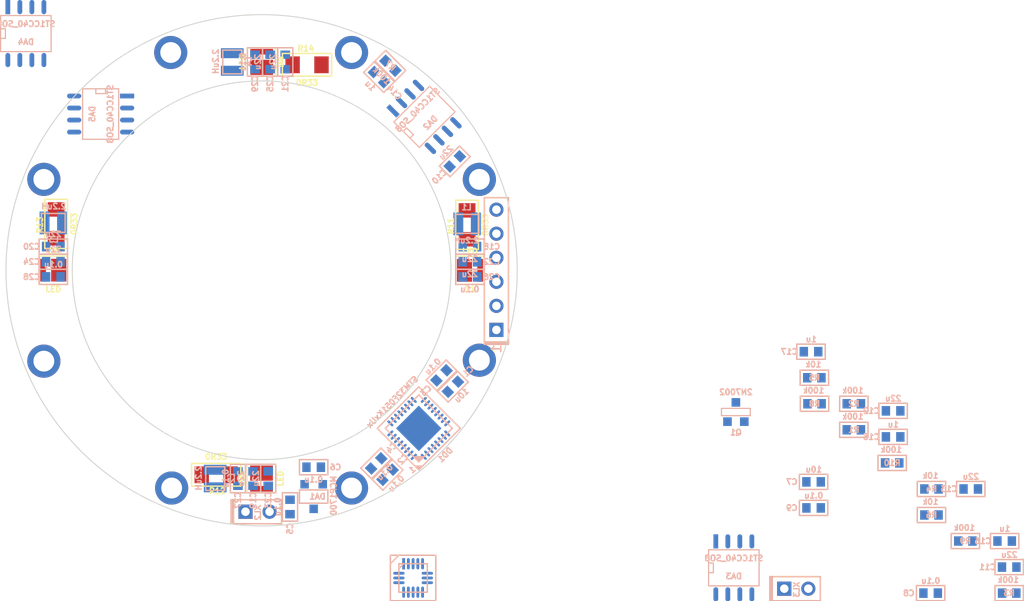
<source format=kicad_pcb>
(kicad_pcb (version 20190516) (host pcbnew "(5.1.0-815-gf49779465)")

  (general
    (thickness 1.6)
    (drawings 19)
    (tracks 0)
    (modules 70)
    (nets 33)
  )

  (page "A4")
  (layers
    (0 "F.Cu" signal)
    (31 "B.Cu" signal)
    (36 "B.SilkS" user)
    (37 "F.SilkS" user)
    (38 "B.Mask" user)
    (39 "F.Mask" user)
    (40 "Dwgs.User" user hide)
    (44 "Edge.Cuts" user)
    (45 "Margin" user)
    (46 "B.CrtYd" user)
    (47 "F.CrtYd" user)
  )

  (setup
    (last_trace_width 0.15)
    (trace_clearance 0.2)
    (zone_clearance 0.508)
    (zone_45_only no)
    (trace_min 0.15)
    (via_size 0.7)
    (via_drill 0.3)
    (via_min_size 0.7)
    (via_min_drill 0.3)
    (uvia_size 0.3)
    (uvia_drill 0.1)
    (uvias_allowed no)
    (uvia_min_size 0.2)
    (uvia_min_drill 0.1)
    (max_error 0.005)
    (edge_width 0.1)
    (segment_width 0.2)
    (pcb_text_width 0.3)
    (pcb_text_size 1.5 1.5)
    (mod_edge_width 0.15)
    (mod_text_size 1 1)
    (mod_text_width 0.15)
    (pad_size 1.524 1.524)
    (pad_drill 0.762)
    (pad_to_mask_clearance 0)
    (aux_axis_origin 0 0)
    (visible_elements 7FFFFF1F)
    (pcbplotparams
      (layerselection 0x010fc_ffffffff)
      (usegerberextensions false)
      (usegerberattributes false)
      (usegerberadvancedattributes false)
      (creategerberjobfile false)
      (excludeedgelayer true)
      (linewidth 0.150000)
      (plotframeref false)
      (viasonmask false)
      (mode 1)
      (useauxorigin false)
      (hpglpennumber 1)
      (hpglpenspeed 20)
      (hpglpendiameter 15.000000)
      (psnegative false)
      (psa4output false)
      (plotreference true)
      (plotvalue true)
      (plotinvisibletext false)
      (padsonsilk false)
      (subtractmaskfromsilk false)
      (outputformat 1)
      (mirror false)
      (drillshape 1)
      (scaleselection 1)
      (outputdirectory ""))
  )

  (net 0 "")
  (net 1 "PwrMCU")
  (net 2 "GND")
  (net 3 "+BATT")
  (net 4 "/ACC_PWR")
  (net 5 "Net-(C9-Pad1)")
  (net 6 "Net-(C18-Pad1)")
  (net 7 "Net-(C19-Pad1)")
  (net 8 "Net-(C20-Pad1)")
  (net 9 "Net-(C21-Pad1)")
  (net 10 "Net-(D1-PadC)")
  (net 11 "Net-(D2-PadC)")
  (net 12 "Net-(D3-PadC)")
  (net 13 "Net-(D4-PadC)")
  (net 14 "/LED1_CTRL")
  (net 15 "Net-(DA2-Pad1)")
  (net 16 "/LED2_CTRL")
  (net 17 "Net-(DA3-Pad1)")
  (net 18 "/LED3_CTRL")
  (net 19 "Net-(DA4-Pad1)")
  (net 20 "/LED4_CTRL")
  (net 21 "Net-(DA5-Pad1)")
  (net 22 "/I2C_SDA")
  (net 23 "/I2C_SCL")
  (net 24 "/ACC_INT1")
  (net 25 "/SWCLK")
  (net 26 "/SWDIO")
  (net 27 "/UART_RX")
  (net 28 "/UART_TX")
  (net 29 "/BAT_MEAS")
  (net 30 "/BAT_MEAS_EN")
  (net 31 "Net-(DD1-Pad6)")
  (net 32 "Net-(Q1-Pad3)")

  (net_class "Default" "This is the default net class."
    (clearance 0.2)
    (trace_width 0.15)
    (via_dia 0.7)
    (via_drill 0.3)
    (uvia_dia 0.3)
    (uvia_drill 0.1)
    (add_net "+BATT")
    (add_net "/ACC_INT1")
    (add_net "/ACC_PWR")
    (add_net "/BAT_MEAS")
    (add_net "/BAT_MEAS_EN")
    (add_net "/I2C_SCL")
    (add_net "/I2C_SDA")
    (add_net "/LED1_CTRL")
    (add_net "/LED2_CTRL")
    (add_net "/LED3_CTRL")
    (add_net "/LED4_CTRL")
    (add_net "/SWCLK")
    (add_net "/SWDIO")
    (add_net "/UART_RX")
    (add_net "/UART_TX")
    (add_net "GND")
    (add_net "Net-(C18-Pad1)")
    (add_net "Net-(C19-Pad1)")
    (add_net "Net-(C20-Pad1)")
    (add_net "Net-(C21-Pad1)")
    (add_net "Net-(C9-Pad1)")
    (add_net "Net-(D1-PadC)")
    (add_net "Net-(D2-PadC)")
    (add_net "Net-(D3-PadC)")
    (add_net "Net-(D4-PadC)")
    (add_net "Net-(DA2-Pad1)")
    (add_net "Net-(DA3-Pad1)")
    (add_net "Net-(DA4-Pad1)")
    (add_net "Net-(DA5-Pad1)")
    (add_net "Net-(DD1-Pad10)")
    (add_net "Net-(DD1-Pad14)")
    (add_net "Net-(DD1-Pad15)")
    (add_net "Net-(DD1-Pad16)")
    (add_net "Net-(DD1-Pad18)")
    (add_net "Net-(DD1-Pad2)")
    (add_net "Net-(DD1-Pad21)")
    (add_net "Net-(DD1-Pad22)")
    (add_net "Net-(DD1-Pad25)")
    (add_net "Net-(DD1-Pad26)")
    (add_net "Net-(DD1-Pad29)")
    (add_net "Net-(DD1-Pad3)")
    (add_net "Net-(DD1-Pad4)")
    (add_net "Net-(DD1-Pad6)")
    (add_net "Net-(DD2-Pad13)")
    (add_net "Net-(DD2-Pad15)")
    (add_net "Net-(DD2-Pad16)")
    (add_net "Net-(DD2-Pad3)")
    (add_net "Net-(DD2-Pad8)")
    (add_net "Net-(DD2-Pad9)")
    (add_net "Net-(Q1-Pad3)")
    (add_net "PwrMCU")
  )

  (net_class "Wide" ""
    (clearance 0.2)
    (trace_width 0.5)
    (via_dia 0.7)
    (via_drill 0.3)
    (uvia_dia 0.3)
    (uvia_drill 0.1)
  )

  (module "Connectors:PBS-2" (layer "B.Cu") (tedit 5AD778E9) (tstamp 5CF40B6B)
    (at 205.204 133.63)
    (descr "Single-line connector 2-pin")
    (path "/5CF4AEF8")
    (fp_text reference "XL3" (at 1.3 0.1 -90) (layer "B.SilkS")
      (effects (font (size 0.6 0.6) (thickness 0.15)) (justify mirror))
    )
    (fp_text value "CONN_2" (at 3.048 1.778) (layer "B.SilkS") hide
      (effects (font (size 0.6 0.6) (thickness 0.15)) (justify mirror))
    )
    (fp_line (start -1.27 -1.27) (end -1.27 1.27) (layer "B.SilkS") (width 0.15))
    (fp_line (start 3.81 1.27) (end 3.81 -1.27) (layer "B.SilkS") (width 0.15))
    (fp_line (start -1.397 -1.27) (end -1.397 1.143) (layer "B.SilkS") (width 0.15))
    (fp_line (start -1.524 -1.27) (end -1.397 -1.27) (layer "B.SilkS") (width 0.15))
    (fp_line (start -1.524 1.27) (end -1.524 -1.27) (layer "B.SilkS") (width 0.15))
    (fp_line (start -1.27 1.27) (end -1.524 1.27) (layer "B.SilkS") (width 0.15))
    (fp_line (start -1.397 -1.27) (end -1.27 -1.27) (layer "B.SilkS") (width 0.15))
    (fp_line (start 3.81 1.27) (end -1.27 1.27) (layer "B.SilkS") (width 0.15))
    (fp_line (start 3.81 -1.27) (end -1.27 -1.27) (layer "B.SilkS") (width 0.15))
    (fp_line (start -1.27 -1.27) (end -1.27 1.27) (layer "F.SilkS") (width 0.15))
    (fp_line (start -1.397 -1.27) (end -1.27 -1.27) (layer "F.SilkS") (width 0.15))
    (fp_line (start -1.397 1.27) (end -1.397 -1.27) (layer "F.SilkS") (width 0.15))
    (fp_line (start -1.524 1.27) (end -1.397 1.27) (layer "F.SilkS") (width 0.15))
    (fp_line (start -1.524 -1.27) (end -1.524 1.27) (layer "F.SilkS") (width 0.15))
    (fp_line (start 3.81 -1.27) (end -1.524 -1.27) (layer "F.SilkS") (width 0.15))
    (fp_line (start 3.81 1.27) (end 3.81 -1.27) (layer "F.SilkS") (width 0.15))
    (fp_line (start -1.524 1.27) (end 3.81 1.27) (layer "F.SilkS") (width 0.15))
    (pad "2" thru_hole circle (at 2.54 0) (size 1.5 1.5) (drill 0.9) (layers *.Cu *.Mask)
      (net 31 "Net-(DD1-Pad6)"))
    (pad "1" thru_hole rect (at 0 0) (size 1.5 1.5) (drill 0.9) (layers *.Cu *.Mask)
      (net 1 "PwrMCU"))
    (model "${KICAD_SYMBOL_DIR}/3d/Connectors/Conn_PBS2.STEP"
      (offset (xyz 0 0 5))
      (scale (xyz 1 1 1))
      (rotate (xyz 90 0 0))
    )
  )

  (module "Connectors:PBS-2" (layer "B.Cu") (tedit 5AD778E9) (tstamp 5CF40B54)
    (at 148.3 125.5)
    (descr "Single-line connector 2-pin")
    (path "/5CF8FAC7")
    (fp_text reference "XL2" (at 1.3 0.1 -90) (layer "B.SilkS")
      (effects (font (size 0.6 0.6) (thickness 0.15)) (justify mirror))
    )
    (fp_text value "CONN_2" (at 3.048 1.778) (layer "B.SilkS") hide
      (effects (font (size 0.6 0.6) (thickness 0.15)) (justify mirror))
    )
    (fp_line (start -1.27 -1.27) (end -1.27 1.27) (layer "B.SilkS") (width 0.15))
    (fp_line (start 3.81 1.27) (end 3.81 -1.27) (layer "B.SilkS") (width 0.15))
    (fp_line (start -1.397 -1.27) (end -1.397 1.143) (layer "B.SilkS") (width 0.15))
    (fp_line (start -1.524 -1.27) (end -1.397 -1.27) (layer "B.SilkS") (width 0.15))
    (fp_line (start -1.524 1.27) (end -1.524 -1.27) (layer "B.SilkS") (width 0.15))
    (fp_line (start -1.27 1.27) (end -1.524 1.27) (layer "B.SilkS") (width 0.15))
    (fp_line (start -1.397 -1.27) (end -1.27 -1.27) (layer "B.SilkS") (width 0.15))
    (fp_line (start 3.81 1.27) (end -1.27 1.27) (layer "B.SilkS") (width 0.15))
    (fp_line (start 3.81 -1.27) (end -1.27 -1.27) (layer "B.SilkS") (width 0.15))
    (fp_line (start -1.27 -1.27) (end -1.27 1.27) (layer "F.SilkS") (width 0.15))
    (fp_line (start -1.397 -1.27) (end -1.27 -1.27) (layer "F.SilkS") (width 0.15))
    (fp_line (start -1.397 1.27) (end -1.397 -1.27) (layer "F.SilkS") (width 0.15))
    (fp_line (start -1.524 1.27) (end -1.397 1.27) (layer "F.SilkS") (width 0.15))
    (fp_line (start -1.524 -1.27) (end -1.524 1.27) (layer "F.SilkS") (width 0.15))
    (fp_line (start 3.81 -1.27) (end -1.524 -1.27) (layer "F.SilkS") (width 0.15))
    (fp_line (start 3.81 1.27) (end 3.81 -1.27) (layer "F.SilkS") (width 0.15))
    (fp_line (start -1.524 1.27) (end 3.81 1.27) (layer "F.SilkS") (width 0.15))
    (pad "2" thru_hole circle (at 2.54 0) (size 1.5 1.5) (drill 0.9) (layers *.Cu *.Mask)
      (net 3 "+BATT"))
    (pad "1" thru_hole rect (at 0 0) (size 1.5 1.5) (drill 0.9) (layers *.Cu *.Mask)
      (net 2 "GND"))
    (model "${KICAD_SYMBOL_DIR}/3d/Connectors/Conn_PBS2.STEP"
      (offset (xyz 0 0 5))
      (scale (xyz 1 1 1))
      (rotate (xyz 90 0 0))
    )
  )

  (module "Connectors:PLS-6" (layer "B.Cu") (tedit 5AA26D2A) (tstamp 5CF40B3D)
    (at 174.8 106.3 90)
    (descr "Single-line 8-pin @2.54")
    (path "/5718083C")
    (fp_text reference "XL1" (at 5.14096 1.84912 90) (layer "B.SilkS") hide
      (effects (font (size 0.6 0.6) (thickness 0.15)) (justify mirror))
    )
    (fp_text value "CONN_6" (at 12.48918 1.84912 90) (layer "B.SilkS") hide
      (effects (font (size 0.635 0.635) (thickness 0.16002)) (justify mirror))
    )
    (fp_text user "1" (at -2 0 90) (layer "F.SilkS")
      (effects (font (size 1 1) (thickness 0.15)))
    )
    (fp_text user "1" (at -2 0 90) (layer "B.SilkS")
      (effects (font (size 1 1) (thickness 0.15)) (justify mirror))
    )
    (fp_line (start -1.524 1.27) (end 13.97 1.27) (layer "F.SilkS") (width 0.15))
    (fp_line (start 13.97 1.27) (end 13.97 -1.27) (layer "F.SilkS") (width 0.15))
    (fp_line (start 13.97 -1.27) (end -1.524 -1.27) (layer "F.SilkS") (width 0.15))
    (fp_line (start -1.524 -1.27) (end -1.524 1.27) (layer "F.SilkS") (width 0.15))
    (fp_line (start -1.524 1.27) (end -1.397 1.27) (layer "F.SilkS") (width 0.15))
    (fp_line (start -1.397 1.27) (end -1.397 -1.27) (layer "F.SilkS") (width 0.15))
    (fp_line (start -1.397 -1.27) (end -1.27 -1.27) (layer "F.SilkS") (width 0.15))
    (fp_line (start -1.27 -1.27) (end -1.27 1.27) (layer "F.SilkS") (width 0.15))
    (fp_line (start -1.27 -1.27) (end 13.97 -1.27) (layer "B.SilkS") (width 0.15))
    (fp_line (start 13.97 1.27) (end -1.27 1.27) (layer "B.SilkS") (width 0.15))
    (fp_line (start 13.97 1.27) (end 13.97 -1.27) (layer "B.SilkS") (width 0.15))
    (fp_line (start -1.27 -1.27) (end -1.524 -1.27) (layer "B.SilkS") (width 0.15))
    (fp_line (start -1.524 -1.27) (end -1.524 1.27) (layer "B.SilkS") (width 0.15))
    (fp_line (start -1.524 1.27) (end -1.27 1.27) (layer "B.SilkS") (width 0.15))
    (fp_line (start -1.27 1.27) (end -1.397 1.27) (layer "B.SilkS") (width 0.15))
    (fp_line (start -1.397 1.27) (end -1.397 -1.27) (layer "B.SilkS") (width 0.15))
    (fp_line (start -1.27 -1.27) (end -1.27 1.27) (layer "B.SilkS") (width 0.15))
    (pad "1" thru_hole rect (at 0 0 90) (size 1.5 1.5) (drill 0.9) (layers *.Cu *.Mask)
      (net 1 "PwrMCU"))
    (pad "2" thru_hole circle (at 2.54 0 90) (size 1.5 1.5) (drill 0.9) (layers *.Cu *.Mask)
      (net 25 "/SWCLK"))
    (pad "3" thru_hole circle (at 5.08 0 90) (size 1.5 1.5) (drill 0.9) (layers *.Cu *.Mask)
      (net 2 "GND"))
    (pad "4" thru_hole circle (at 7.62 0 90) (size 1.5 1.5) (drill 0.9) (layers *.Cu *.Mask)
      (net 26 "/SWDIO"))
    (pad "5" thru_hole circle (at 10.16 0 90) (size 1.5 1.5) (drill 0.9) (layers *.Cu *.Mask)
      (net 28 "/UART_TX"))
    (pad "6" thru_hole circle (at 12.7 0 90) (size 1.5 1.5) (drill 0.9) (layers *.Cu *.Mask)
      (net 27 "/UART_RX"))
    (model "${KICAD_SYMBOL_DIR}/3d/Connectors/Conn_PLS-6.STEP"
      (offset (xyz 0 -1.27 0))
      (scale (xyz 1 1 1))
      (rotate (xyz 90 90 0))
    )
  )

  (module "Resistors:RES_1206" (layer "F.Cu") (tedit 5A94898D) (tstamp 5CF40B20)
    (at 154.8 78.3)
    (path "/5CF71E31")
    (attr smd)
    (fp_text reference "R14" (at -0.127 -1.7145) (layer "F.SilkS")
      (effects (font (size 0.6 0.6) (thickness 0.15)))
    )
    (fp_text value "0R33" (at 0 1.89992) (layer "F.SilkS")
      (effects (font (size 0.6 0.6) (thickness 0.15)))
    )
    (fp_line (start -2.6 1.2) (end -2.6 -0.1) (layer "F.SilkS") (width 0.15))
    (fp_line (start 2.6 1.2) (end -2.6 1.2) (layer "F.SilkS") (width 0.15))
    (fp_line (start 2.6 -1.2) (end 2.6 1.2) (layer "F.SilkS") (width 0.15))
    (fp_line (start -2.6 -1.2) (end 2.6 -1.2) (layer "F.SilkS") (width 0.15))
    (fp_line (start -2.6 0) (end -2.6 -1.2) (layer "F.SilkS") (width 0.15))
    (pad "2" smd rect (at 1.524 0) (size 1.524 1.778) (layers "F.Cu" "F.Paste" "F.Mask")
      (net 2 "GND"))
    (pad "1" smd rect (at -1.524 0) (size 1.524 1.778) (layers "F.Cu" "F.Paste" "F.Mask")
      (net 13 "Net-(D4-PadC)"))
    (model "${KICAD_SYMBOL_DIR}/3d/Resistors/R_1206.step"
      (at (xyz 0 0 0))
      (scale (xyz 1 1 1))
      (rotate (xyz 0 0 0))
    )
  )

  (module "Resistors:RES_1206" (layer "F.Cu") (tedit 5A94898D) (tstamp 5CF40B15)
    (at 128.3 95.1 90)
    (path "/5CF71E28")
    (attr smd)
    (fp_text reference "R13" (at -0.127 -1.7145 90) (layer "F.SilkS")
      (effects (font (size 0.6 0.6) (thickness 0.15)))
    )
    (fp_text value "0R33" (at 0 1.89992 90) (layer "F.SilkS")
      (effects (font (size 0.6 0.6) (thickness 0.15)))
    )
    (fp_line (start -2.6 1.2) (end -2.6 -0.1) (layer "F.SilkS") (width 0.15))
    (fp_line (start 2.6 1.2) (end -2.6 1.2) (layer "F.SilkS") (width 0.15))
    (fp_line (start 2.6 -1.2) (end 2.6 1.2) (layer "F.SilkS") (width 0.15))
    (fp_line (start -2.6 -1.2) (end 2.6 -1.2) (layer "F.SilkS") (width 0.15))
    (fp_line (start -2.6 0) (end -2.6 -1.2) (layer "F.SilkS") (width 0.15))
    (pad "2" smd rect (at 1.524 0 90) (size 1.524 1.778) (layers "F.Cu" "F.Paste" "F.Mask")
      (net 2 "GND"))
    (pad "1" smd rect (at -1.524 0 90) (size 1.524 1.778) (layers "F.Cu" "F.Paste" "F.Mask")
      (net 12 "Net-(D3-PadC)"))
    (model "${KICAD_SYMBOL_DIR}/3d/Resistors/R_1206.step"
      (at (xyz 0 0 0))
      (scale (xyz 1 1 1))
      (rotate (xyz 0 0 0))
    )
  )

  (module "Resistors:RES_1206" (layer "F.Cu") (tedit 5A94898D) (tstamp 5CF40B0A)
    (at 145.2 121.6 180)
    (path "/5CF66DB6")
    (attr smd)
    (fp_text reference "R12" (at -0.127 -1.7145 180) (layer "F.SilkS")
      (effects (font (size 0.6 0.6) (thickness 0.15)))
    )
    (fp_text value "0R33" (at 0 1.89992 180) (layer "F.SilkS")
      (effects (font (size 0.6 0.6) (thickness 0.15)))
    )
    (fp_line (start -2.6 1.2) (end -2.6 -0.1) (layer "F.SilkS") (width 0.15))
    (fp_line (start 2.6 1.2) (end -2.6 1.2) (layer "F.SilkS") (width 0.15))
    (fp_line (start 2.6 -1.2) (end 2.6 1.2) (layer "F.SilkS") (width 0.15))
    (fp_line (start -2.6 -1.2) (end 2.6 -1.2) (layer "F.SilkS") (width 0.15))
    (fp_line (start -2.6 0) (end -2.6 -1.2) (layer "F.SilkS") (width 0.15))
    (pad "2" smd rect (at 1.524 0 180) (size 1.524 1.778) (layers "F.Cu" "F.Paste" "F.Mask")
      (net 2 "GND"))
    (pad "1" smd rect (at -1.524 0 180) (size 1.524 1.778) (layers "F.Cu" "F.Paste" "F.Mask")
      (net 11 "Net-(D2-PadC)"))
    (model "${KICAD_SYMBOL_DIR}/3d/Resistors/R_1206.step"
      (at (xyz 0 0 0))
      (scale (xyz 1 1 1))
      (rotate (xyz 0 0 0))
    )
  )

  (module "Resistors:RES_1206" (layer "F.Cu") (tedit 5A94898D) (tstamp 5CF4234E)
    (at 171.7 95.2 90)
    (path "/5B714D62")
    (attr smd)
    (fp_text reference "R11" (at -0.127 -1.7145 -90) (layer "F.SilkS")
      (effects (font (size 0.6 0.6) (thickness 0.15)))
    )
    (fp_text value "0R33" (at 0 1.89992 -90) (layer "F.SilkS")
      (effects (font (size 0.6 0.6) (thickness 0.15)))
    )
    (fp_line (start -2.6 1.2) (end -2.6 -0.1) (layer "F.SilkS") (width 0.15))
    (fp_line (start 2.6 1.2) (end -2.6 1.2) (layer "F.SilkS") (width 0.15))
    (fp_line (start 2.6 -1.2) (end 2.6 1.2) (layer "F.SilkS") (width 0.15))
    (fp_line (start -2.6 -1.2) (end 2.6 -1.2) (layer "F.SilkS") (width 0.15))
    (fp_line (start -2.6 0) (end -2.6 -1.2) (layer "F.SilkS") (width 0.15))
    (pad "2" smd rect (at 1.524 0 90) (size 1.524 1.778) (layers "F.Cu" "F.Paste" "F.Mask")
      (net 2 "GND"))
    (pad "1" smd rect (at -1.524 0 90) (size 1.524 1.778) (layers "F.Cu" "F.Paste" "F.Mask")
      (net 10 "Net-(D1-PadC)"))
    (model "${KICAD_SYMBOL_DIR}/3d/Resistors/R_1206.step"
      (at (xyz 0 0 0))
      (scale (xyz 1 1 1))
      (rotate (xyz 0 0 0))
    )
  )

  (module "Resistors:RES_0603" (layer "B.Cu") (tedit 5BEDDB4C) (tstamp 5CF40AF4)
    (at 216.6 120.35)
    (path "/5CF71E39")
    (attr smd)
    (fp_text reference "R10" (at 0 0) (layer "B.SilkS")
      (effects (font (size 0.6 0.6) (thickness 0.15)) (justify mirror))
    )
    (fp_text value "100k" (at -0.1 -1.4) (layer "B.SilkS")
      (effects (font (size 0.6 0.6) (thickness 0.15)) (justify mirror))
    )
    (fp_line (start -1.5 0) (end -1.5 0.8) (layer "B.SilkS") (width 0.15))
    (fp_line (start -1.5 0.8) (end 1.5 0.8) (layer "B.SilkS") (width 0.15))
    (fp_line (start 1.5 0.8) (end 1.5 -0.8) (layer "B.SilkS") (width 0.15))
    (fp_line (start 1.5 -0.8) (end -1.5 -0.8) (layer "B.SilkS") (width 0.15))
    (fp_line (start -1.5 -0.8) (end -1.5 0) (layer "B.SilkS") (width 0.15))
    (pad "1" smd rect (at -0.75 0) (size 0.9 1) (layers "B.Cu" "B.Paste" "B.Mask")
      (net 20 "/LED4_CTRL"))
    (pad "2" smd rect (at 0.75 0) (size 0.9 1) (layers "B.Cu" "B.Paste" "B.Mask")
      (net 2 "GND"))
    (model "${KICAD_SYMBOL_DIR}/3d/Resistors/R_0603.step"
      (at (xyz 0 0 0))
      (scale (xyz 1 1 1))
      (rotate (xyz 0 0 0))
    )
  )

  (module "Resistors:RES_0603" (layer "B.Cu") (tedit 5BEDDB4C) (tstamp 5CF40AE9)
    (at 224.33 128.6)
    (path "/5CF71E2A")
    (attr smd)
    (fp_text reference "R9" (at 0 0) (layer "B.SilkS")
      (effects (font (size 0.6 0.6) (thickness 0.15)) (justify mirror))
    )
    (fp_text value "100k" (at -0.1 -1.4) (layer "B.SilkS")
      (effects (font (size 0.6 0.6) (thickness 0.15)) (justify mirror))
    )
    (fp_line (start -1.5 0) (end -1.5 0.8) (layer "B.SilkS") (width 0.15))
    (fp_line (start -1.5 0.8) (end 1.5 0.8) (layer "B.SilkS") (width 0.15))
    (fp_line (start 1.5 0.8) (end 1.5 -0.8) (layer "B.SilkS") (width 0.15))
    (fp_line (start 1.5 -0.8) (end -1.5 -0.8) (layer "B.SilkS") (width 0.15))
    (fp_line (start -1.5 -0.8) (end -1.5 0) (layer "B.SilkS") (width 0.15))
    (pad "1" smd rect (at -0.75 0) (size 0.9 1) (layers "B.Cu" "B.Paste" "B.Mask")
      (net 18 "/LED3_CTRL"))
    (pad "2" smd rect (at 0.75 0) (size 0.9 1) (layers "B.Cu" "B.Paste" "B.Mask")
      (net 2 "GND"))
    (model "${KICAD_SYMBOL_DIR}/3d/Resistors/R_0603.step"
      (at (xyz 0 0 0))
      (scale (xyz 1 1 1))
      (rotate (xyz 0 0 0))
    )
  )

  (module "Resistors:RES_0603" (layer "B.Cu") (tedit 5BEDDB4C) (tstamp 5CF40ADE)
    (at 208.4 114.1)
    (path "/5CF66DB8")
    (attr smd)
    (fp_text reference "R8" (at 0 0) (layer "B.SilkS")
      (effects (font (size 0.6 0.6) (thickness 0.15)) (justify mirror))
    )
    (fp_text value "100k" (at -0.1 -1.4) (layer "B.SilkS")
      (effects (font (size 0.6 0.6) (thickness 0.15)) (justify mirror))
    )
    (fp_line (start -1.5 0) (end -1.5 0.8) (layer "B.SilkS") (width 0.15))
    (fp_line (start -1.5 0.8) (end 1.5 0.8) (layer "B.SilkS") (width 0.15))
    (fp_line (start 1.5 0.8) (end 1.5 -0.8) (layer "B.SilkS") (width 0.15))
    (fp_line (start 1.5 -0.8) (end -1.5 -0.8) (layer "B.SilkS") (width 0.15))
    (fp_line (start -1.5 -0.8) (end -1.5 0) (layer "B.SilkS") (width 0.15))
    (pad "1" smd rect (at -0.75 0) (size 0.9 1) (layers "B.Cu" "B.Paste" "B.Mask")
      (net 16 "/LED2_CTRL"))
    (pad "2" smd rect (at 0.75 0) (size 0.9 1) (layers "B.Cu" "B.Paste" "B.Mask")
      (net 2 "GND"))
    (model "${KICAD_SYMBOL_DIR}/3d/Resistors/R_0603.step"
      (at (xyz 0 0 0))
      (scale (xyz 1 1 1))
      (rotate (xyz 0 0 0))
    )
  )

  (module "Resistors:RES_0603" (layer "B.Cu") (tedit 5BEDDB4C) (tstamp 5CF40AD3)
    (at 163.6 78.4 135)
    (path "/5B714D08")
    (attr smd)
    (fp_text reference "R7" (at 0 0 135) (layer "B.SilkS")
      (effects (font (size 0.6 0.6) (thickness 0.15)) (justify mirror))
    )
    (fp_text value "100k" (at -0.1 -1.4 135) (layer "B.SilkS")
      (effects (font (size 0.6 0.6) (thickness 0.15)) (justify mirror))
    )
    (fp_line (start -1.5 0) (end -1.5 0.8) (layer "B.SilkS") (width 0.15))
    (fp_line (start -1.5 0.8) (end 1.5 0.8) (layer "B.SilkS") (width 0.15))
    (fp_line (start 1.5 0.8) (end 1.5 -0.8) (layer "B.SilkS") (width 0.15))
    (fp_line (start 1.5 -0.8) (end -1.5 -0.8) (layer "B.SilkS") (width 0.15))
    (fp_line (start -1.5 -0.8) (end -1.5 0) (layer "B.SilkS") (width 0.15))
    (pad "1" smd rect (at -0.75 0 135) (size 0.9 1) (layers "B.Cu" "B.Paste" "B.Mask")
      (net 14 "/LED1_CTRL"))
    (pad "2" smd rect (at 0.75 0 135) (size 0.9 1) (layers "B.Cu" "B.Paste" "B.Mask")
      (net 2 "GND"))
    (model "${KICAD_SYMBOL_DIR}/3d/Resistors/R_0603.step"
      (at (xyz 0 0 0))
      (scale (xyz 1 1 1))
      (rotate (xyz 0 0 0))
    )
  )

  (module "Resistors:RES_0603" (layer "B.Cu") (tedit 5BEDDB4C) (tstamp 5CF40AC8)
    (at 220.75 125.85)
    (path "/5527E5D5")
    (attr smd)
    (fp_text reference "R6" (at 0 0) (layer "B.SilkS")
      (effects (font (size 0.6 0.6) (thickness 0.15)) (justify mirror))
    )
    (fp_text value "10k" (at -0.1 -1.4) (layer "B.SilkS")
      (effects (font (size 0.6 0.6) (thickness 0.15)) (justify mirror))
    )
    (fp_line (start -1.5 0) (end -1.5 0.8) (layer "B.SilkS") (width 0.15))
    (fp_line (start -1.5 0.8) (end 1.5 0.8) (layer "B.SilkS") (width 0.15))
    (fp_line (start 1.5 0.8) (end 1.5 -0.8) (layer "B.SilkS") (width 0.15))
    (fp_line (start 1.5 -0.8) (end -1.5 -0.8) (layer "B.SilkS") (width 0.15))
    (fp_line (start -1.5 -0.8) (end -1.5 0) (layer "B.SilkS") (width 0.15))
    (pad "1" smd rect (at -0.75 0) (size 0.9 1) (layers "B.Cu" "B.Paste" "B.Mask")
      (net 22 "/I2C_SDA"))
    (pad "2" smd rect (at 0.75 0) (size 0.9 1) (layers "B.Cu" "B.Paste" "B.Mask")
      (net 4 "/ACC_PWR"))
    (model "${KICAD_SYMBOL_DIR}/3d/Resistors/R_0603.step"
      (at (xyz 0 0 0))
      (scale (xyz 1 1 1))
      (rotate (xyz 0 0 0))
    )
  )

  (module "Resistors:RES_0603" (layer "B.Cu") (tedit 5BEDDB4C) (tstamp 5CF40ABD)
    (at 208.38 111.35)
    (path "/5527E5CE")
    (attr smd)
    (fp_text reference "R5" (at 0 0) (layer "B.SilkS")
      (effects (font (size 0.6 0.6) (thickness 0.15)) (justify mirror))
    )
    (fp_text value "10k" (at -0.1 -1.4) (layer "B.SilkS")
      (effects (font (size 0.6 0.6) (thickness 0.15)) (justify mirror))
    )
    (fp_line (start -1.5 0) (end -1.5 0.8) (layer "B.SilkS") (width 0.15))
    (fp_line (start -1.5 0.8) (end 1.5 0.8) (layer "B.SilkS") (width 0.15))
    (fp_line (start 1.5 0.8) (end 1.5 -0.8) (layer "B.SilkS") (width 0.15))
    (fp_line (start 1.5 -0.8) (end -1.5 -0.8) (layer "B.SilkS") (width 0.15))
    (fp_line (start -1.5 -0.8) (end -1.5 0) (layer "B.SilkS") (width 0.15))
    (pad "1" smd rect (at -0.75 0) (size 0.9 1) (layers "B.Cu" "B.Paste" "B.Mask")
      (net 4 "/ACC_PWR"))
    (pad "2" smd rect (at 0.75 0) (size 0.9 1) (layers "B.Cu" "B.Paste" "B.Mask")
      (net 23 "/I2C_SCL"))
    (model "${KICAD_SYMBOL_DIR}/3d/Resistors/R_0603.step"
      (at (xyz 0 0 0))
      (scale (xyz 1 1 1))
      (rotate (xyz 0 0 0))
    )
  )

  (module "Resistors:RES_0603" (layer "B.Cu") (tedit 5BEDDB4C) (tstamp 5CF40AB2)
    (at 220.75 123.1)
    (path "/5B90617D")
    (attr smd)
    (fp_text reference "R4" (at 0 0) (layer "B.SilkS")
      (effects (font (size 0.6 0.6) (thickness 0.15)) (justify mirror))
    )
    (fp_text value "10k" (at -0.1 -1.4) (layer "B.SilkS")
      (effects (font (size 0.6 0.6) (thickness 0.15)) (justify mirror))
    )
    (fp_line (start -1.5 0) (end -1.5 0.8) (layer "B.SilkS") (width 0.15))
    (fp_line (start -1.5 0.8) (end 1.5 0.8) (layer "B.SilkS") (width 0.15))
    (fp_line (start 1.5 0.8) (end 1.5 -0.8) (layer "B.SilkS") (width 0.15))
    (fp_line (start 1.5 -0.8) (end -1.5 -0.8) (layer "B.SilkS") (width 0.15))
    (fp_line (start -1.5 -0.8) (end -1.5 0) (layer "B.SilkS") (width 0.15))
    (pad "1" smd rect (at -0.75 0) (size 0.9 1) (layers "B.Cu" "B.Paste" "B.Mask")
      (net 31 "Net-(DD1-Pad6)"))
    (pad "2" smd rect (at 0.75 0) (size 0.9 1) (layers "B.Cu" "B.Paste" "B.Mask")
      (net 2 "GND"))
    (model "${KICAD_SYMBOL_DIR}/3d/Resistors/R_0603.step"
      (at (xyz 0 0 0))
      (scale (xyz 1 1 1))
      (rotate (xyz 0 0 0))
    )
  )

  (module "Resistors:RES_0603" (layer "B.Cu") (tedit 5BEDDB4C) (tstamp 5CF40AA7)
    (at 228.96 134.1)
    (path "/5B5F8AC5")
    (attr smd)
    (fp_text reference "R3" (at 0 0) (layer "B.SilkS")
      (effects (font (size 0.6 0.6) (thickness 0.15)) (justify mirror))
    )
    (fp_text value "100k" (at -0.1 -1.4) (layer "B.SilkS")
      (effects (font (size 0.6 0.6) (thickness 0.15)) (justify mirror))
    )
    (fp_line (start -1.5 0) (end -1.5 0.8) (layer "B.SilkS") (width 0.15))
    (fp_line (start -1.5 0.8) (end 1.5 0.8) (layer "B.SilkS") (width 0.15))
    (fp_line (start 1.5 0.8) (end 1.5 -0.8) (layer "B.SilkS") (width 0.15))
    (fp_line (start 1.5 -0.8) (end -1.5 -0.8) (layer "B.SilkS") (width 0.15))
    (fp_line (start -1.5 -0.8) (end -1.5 0) (layer "B.SilkS") (width 0.15))
    (pad "1" smd rect (at -0.75 0) (size 0.9 1) (layers "B.Cu" "B.Paste" "B.Mask")
      (net 32 "Net-(Q1-Pad3)"))
    (pad "2" smd rect (at 0.75 0) (size 0.9 1) (layers "B.Cu" "B.Paste" "B.Mask")
      (net 29 "/BAT_MEAS"))
    (model "${KICAD_SYMBOL_DIR}/3d/Resistors/R_0603.step"
      (at (xyz 0 0 0))
      (scale (xyz 1 1 1))
      (rotate (xyz 0 0 0))
    )
  )

  (module "Resistors:RES_0603" (layer "B.Cu") (tedit 5BEDDB4C) (tstamp 5CF40A9C)
    (at 212.55 114.1)
    (path "/5B5F8ABC")
    (attr smd)
    (fp_text reference "R2" (at 0 0) (layer "B.SilkS")
      (effects (font (size 0.6 0.6) (thickness 0.15)) (justify mirror))
    )
    (fp_text value "100k" (at -0.1 -1.4) (layer "B.SilkS")
      (effects (font (size 0.6 0.6) (thickness 0.15)) (justify mirror))
    )
    (fp_line (start -1.5 0) (end -1.5 0.8) (layer "B.SilkS") (width 0.15))
    (fp_line (start -1.5 0.8) (end 1.5 0.8) (layer "B.SilkS") (width 0.15))
    (fp_line (start 1.5 0.8) (end 1.5 -0.8) (layer "B.SilkS") (width 0.15))
    (fp_line (start 1.5 -0.8) (end -1.5 -0.8) (layer "B.SilkS") (width 0.15))
    (fp_line (start -1.5 -0.8) (end -1.5 0) (layer "B.SilkS") (width 0.15))
    (pad "1" smd rect (at -0.75 0) (size 0.9 1) (layers "B.Cu" "B.Paste" "B.Mask")
      (net 29 "/BAT_MEAS"))
    (pad "2" smd rect (at 0.75 0) (size 0.9 1) (layers "B.Cu" "B.Paste" "B.Mask")
      (net 3 "+BATT"))
    (model "${KICAD_SYMBOL_DIR}/3d/Resistors/R_0603.step"
      (at (xyz 0 0 0))
      (scale (xyz 1 1 1))
      (rotate (xyz 0 0 0))
    )
  )

  (module "Resistors:RES_0603" (layer "B.Cu") (tedit 5BEDDB4C) (tstamp 5CF40A91)
    (at 212.55 116.85)
    (path "/5CF5406C")
    (attr smd)
    (fp_text reference "R1" (at 0 0) (layer "B.SilkS")
      (effects (font (size 0.6 0.6) (thickness 0.15)) (justify mirror))
    )
    (fp_text value "100k" (at -0.1 -1.4) (layer "B.SilkS")
      (effects (font (size 0.6 0.6) (thickness 0.15)) (justify mirror))
    )
    (fp_line (start -1.5 0) (end -1.5 0.8) (layer "B.SilkS") (width 0.15))
    (fp_line (start -1.5 0.8) (end 1.5 0.8) (layer "B.SilkS") (width 0.15))
    (fp_line (start 1.5 0.8) (end 1.5 -0.8) (layer "B.SilkS") (width 0.15))
    (fp_line (start 1.5 -0.8) (end -1.5 -0.8) (layer "B.SilkS") (width 0.15))
    (fp_line (start -1.5 -0.8) (end -1.5 0) (layer "B.SilkS") (width 0.15))
    (pad "1" smd rect (at -0.75 0) (size 0.9 1) (layers "B.Cu" "B.Paste" "B.Mask")
      (net 2 "GND"))
    (pad "2" smd rect (at 0.75 0) (size 0.9 1) (layers "B.Cu" "B.Paste" "B.Mask")
      (net 30 "/BAT_MEAS_EN"))
    (model "${KICAD_SYMBOL_DIR}/3d/Resistors/R_0603.step"
      (at (xyz 0 0 0))
      (scale (xyz 1 1 1))
      (rotate (xyz 0 0 0))
    )
  )

  (module "SOT:SOT23-3" (layer "B.Cu") (tedit 5A9487D9) (tstamp 5CF40A86)
    (at 200.0925 114.971801)
    (descr "Module SOT23")
    (path "/5CF51A53")
    (attr smd)
    (fp_text reference "Q1" (at 0 2.159) (layer "B.SilkS")
      (effects (font (size 0.6 0.6) (thickness 0.15)) (justify mirror))
    )
    (fp_text value "2N7002" (at 0 -2.10058) (layer "B.SilkS")
      (effects (font (size 0.59944 0.59944) (thickness 0.14986)) (justify mirror))
    )
    (fp_line (start -1.524 -0.381) (end -1.524 0.381) (layer "B.SilkS") (width 0.127))
    (fp_line (start 1.524 -0.381) (end -1.524 -0.381) (layer "B.SilkS") (width 0.127))
    (fp_line (start 1.524 0.381) (end 1.524 -0.381) (layer "B.SilkS") (width 0.127))
    (fp_line (start -1.524 0.381) (end 1.524 0.381) (layer "B.SilkS") (width 0.127))
    (pad "3" smd rect (at 0 -1.016) (size 0.9144 0.9144) (layers "B.Cu" "B.Paste" "B.Mask")
      (net 32 "Net-(Q1-Pad3)"))
    (pad "1" smd rect (at 0.889 1.016) (size 0.9144 0.9144) (layers "B.Cu" "B.Paste" "B.Mask")
      (net 30 "/BAT_MEAS_EN"))
    (pad "2" smd rect (at -0.889 1.016) (size 0.9144 0.9144) (layers "B.Cu" "B.Paste" "B.Mask")
      (net 2 "GND"))
    (model "${KICAD_SYMBOL_DIR}/3d/SOT/SOT-23.step"
      (at (xyz 0 0 0))
      (scale (xyz 1 1 1))
      (rotate (xyz 0 0 180))
    )
  )

  (module "Inductors:IND_SRN2512" (layer "B.Cu") (tedit 5C9CCDCF) (tstamp 5CF40A7B)
    (at 146.9 78 90)
    (path "/5CF71E3A")
    (attr smd)
    (fp_text reference "L4" (at 0.05 1.75 90) (layer "B.SilkS")
      (effects (font (size 0.6 0.6) (thickness 0.15)) (justify mirror))
    )
    (fp_text value "2.2uH" (at 0.05 -1.75 90) (layer "B.SilkS")
      (effects (font (size 0.6 0.6) (thickness 0.15)) (justify mirror))
    )
    (fp_line (start -1.25 -1) (end -1.25 1) (layer "B.SilkS") (width 0.15))
    (fp_line (start 1.25 -1) (end -1.25 -1) (layer "B.SilkS") (width 0.15))
    (fp_line (start 1.25 1) (end 1.25 -1) (layer "B.SilkS") (width 0.15))
    (fp_line (start -1.25 1) (end 1.25 1) (layer "B.SilkS") (width 0.15))
    (pad "2" smd rect (at 0.925 0 90) (size 1.05 2.4) (layers "B.Cu" "B.Paste" "B.Mask")
      (net 21 "Net-(DA5-Pad1)"))
    (pad "1" smd rect (at -0.925 0 90) (size 1.05 2.4) (layers "B.Cu" "B.Paste" "B.Mask")
      (net 9 "Net-(C21-Pad1)"))
    (model "${KICAD_SYMBOL_DIR}/3d/Resistors/R_0805.step"
      (at (xyz 0 0 0))
      (scale (xyz 1 1.5 1.4))
      (rotate (xyz 0 0 0))
    )
  )

  (module "Inductors:IND_SRN2512" (layer "B.Cu") (tedit 5C9CCDCF) (tstamp 5CF40A71)
    (at 128 95)
    (path "/5CF71E2E")
    (attr smd)
    (fp_text reference "L3" (at 0.05 1.75) (layer "B.SilkS")
      (effects (font (size 0.6 0.6) (thickness 0.15)) (justify mirror))
    )
    (fp_text value "2.2uH" (at 0.05 -1.75) (layer "B.SilkS")
      (effects (font (size 0.6 0.6) (thickness 0.15)) (justify mirror))
    )
    (fp_line (start -1.25 -1) (end -1.25 1) (layer "B.SilkS") (width 0.15))
    (fp_line (start 1.25 -1) (end -1.25 -1) (layer "B.SilkS") (width 0.15))
    (fp_line (start 1.25 1) (end 1.25 -1) (layer "B.SilkS") (width 0.15))
    (fp_line (start -1.25 1) (end 1.25 1) (layer "B.SilkS") (width 0.15))
    (pad "2" smd rect (at 0.925 0) (size 1.05 2.4) (layers "B.Cu" "B.Paste" "B.Mask")
      (net 19 "Net-(DA4-Pad1)"))
    (pad "1" smd rect (at -0.925 0) (size 1.05 2.4) (layers "B.Cu" "B.Paste" "B.Mask")
      (net 8 "Net-(C20-Pad1)"))
    (model "${KICAD_SYMBOL_DIR}/3d/Resistors/R_0805.step"
      (at (xyz 0 0 0))
      (scale (xyz 1 1.5 1.4))
      (rotate (xyz 0 0 0))
    )
  )

  (module "Inductors:IND_SRN2512" (layer "B.Cu") (tedit 5C9CCDCF) (tstamp 5CF40A67)
    (at 145.1 122 90)
    (path "/5CF66DBC")
    (attr smd)
    (fp_text reference "L2" (at 0.05 1.75 90) (layer "B.SilkS")
      (effects (font (size 0.6 0.6) (thickness 0.15)) (justify mirror))
    )
    (fp_text value "2.2uH" (at 0.05 -1.75 90) (layer "B.SilkS")
      (effects (font (size 0.6 0.6) (thickness 0.15)) (justify mirror))
    )
    (fp_line (start -1.25 -1) (end -1.25 1) (layer "B.SilkS") (width 0.15))
    (fp_line (start 1.25 -1) (end -1.25 -1) (layer "B.SilkS") (width 0.15))
    (fp_line (start 1.25 1) (end 1.25 -1) (layer "B.SilkS") (width 0.15))
    (fp_line (start -1.25 1) (end 1.25 1) (layer "B.SilkS") (width 0.15))
    (pad "2" smd rect (at 0.925 0 90) (size 1.05 2.4) (layers "B.Cu" "B.Paste" "B.Mask")
      (net 17 "Net-(DA3-Pad1)"))
    (pad "1" smd rect (at -0.925 0 90) (size 1.05 2.4) (layers "B.Cu" "B.Paste" "B.Mask")
      (net 7 "Net-(C19-Pad1)"))
    (model "${KICAD_SYMBOL_DIR}/3d/Resistors/R_0805.step"
      (at (xyz 0 0 0))
      (scale (xyz 1 1.5 1.4))
      (rotate (xyz 0 0 0))
    )
  )

  (module "Inductors:IND_SRN2512" (layer "B.Cu") (tedit 5C9CCDCF) (tstamp 5CF40A5D)
    (at 171.7 95.1 180)
    (path "/5B714D38")
    (attr smd)
    (fp_text reference "L1" (at 0.05 1.75) (layer "B.SilkS")
      (effects (font (size 0.6 0.6) (thickness 0.15)) (justify mirror))
    )
    (fp_text value "2.2uH" (at 0.05 -1.75) (layer "B.SilkS")
      (effects (font (size 0.6 0.6) (thickness 0.15)) (justify mirror))
    )
    (fp_line (start -1.25 -1) (end -1.25 1) (layer "B.SilkS") (width 0.15))
    (fp_line (start 1.25 -1) (end -1.25 -1) (layer "B.SilkS") (width 0.15))
    (fp_line (start 1.25 1) (end 1.25 -1) (layer "B.SilkS") (width 0.15))
    (fp_line (start -1.25 1) (end 1.25 1) (layer "B.SilkS") (width 0.15))
    (pad "2" smd rect (at 0.925 0 180) (size 1.05 2.4) (layers "B.Cu" "B.Paste" "B.Mask")
      (net 15 "Net-(DA2-Pad1)"))
    (pad "1" smd rect (at -0.925 0 180) (size 1.05 2.4) (layers "B.Cu" "B.Paste" "B.Mask")
      (net 6 "Net-(C18-Pad1)"))
    (model "${KICAD_SYMBOL_DIR}/3d/Resistors/R_0805.step"
      (at (xyz 0 0 0))
      (scale (xyz 1 1.5 1.4))
      (rotate (xyz 0 0 0))
    )
  )

  (module "PCB:Hole2d2_out3d5mm" (layer "F.Cu") (tedit 5BAB486B) (tstamp 5CF40A53)
    (at 140.4 77)
    (path "/5CF58EB2")
    (fp_text reference "HOLE8" (at 0 2.8) (layer "F.SilkS") hide
      (effects (font (size 0.6 0.6) (thickness 0.15)))
    )
    (fp_text value "HOLE_METALLED" (at 0 -2.8) (layer "F.SilkS") hide
      (effects (font (size 0.6 0.6) (thickness 0.15)))
    )
    (pad "H" thru_hole circle (at 0 0) (size 3.5 3.5) (drill 2.2) (layers *.Cu *.Mask)
      (net 2 "GND"))
  )

  (module "PCB:Hole2d2_out3d5mm" (layer "F.Cu") (tedit 5BAB486B) (tstamp 5CF40A4E)
    (at 173 90.4)
    (path "/5CF58EAC")
    (fp_text reference "HOLE7" (at 0 2.8) (layer "F.SilkS") hide
      (effects (font (size 0.6 0.6) (thickness 0.15)))
    )
    (fp_text value "HOLE_METALLED" (at 0 -2.8) (layer "F.SilkS") hide
      (effects (font (size 0.6 0.6) (thickness 0.15)))
    )
    (pad "H" thru_hole circle (at 0 0) (size 3.5 3.5) (drill 2.2) (layers *.Cu *.Mask)
      (net 2 "GND"))
  )

  (module "PCB:Hole2d2_out3d5mm" (layer "F.Cu") (tedit 5BAB486B) (tstamp 5CF40A49)
    (at 127 90.4)
    (path "/5CF58EAB")
    (fp_text reference "HOLE6" (at 0 2.8) (layer "F.SilkS") hide
      (effects (font (size 0.6 0.6) (thickness 0.15)))
    )
    (fp_text value "HOLE_METALLED" (at 0 -2.8) (layer "F.SilkS") hide
      (effects (font (size 0.6 0.6) (thickness 0.15)))
    )
    (pad "H" thru_hole circle (at 0 0) (size 3.5 3.5) (drill 2.2) (layers *.Cu *.Mask)
      (net 2 "GND"))
  )

  (module "PCB:Hole2d2_out3d5mm" (layer "F.Cu") (tedit 5BAB486B) (tstamp 5CF40A44)
    (at 140.5 123)
    (path "/5CF58EAF")
    (fp_text reference "HOLE5" (at 0 2.8) (layer "F.SilkS") hide
      (effects (font (size 0.6 0.6) (thickness 0.15)))
    )
    (fp_text value "HOLE_METALLED" (at 0 -2.8) (layer "F.SilkS") hide
      (effects (font (size 0.6 0.6) (thickness 0.15)))
    )
    (pad "H" thru_hole circle (at 0 0) (size 3.5 3.5) (drill 2.2) (layers *.Cu *.Mask)
      (net 2 "GND"))
  )

  (module "PCB:Hole2d2_out3d5mm" (layer "F.Cu") (tedit 5BAB486B) (tstamp 5CF40A3F)
    (at 127 109.6)
    (path "/5CF5809D")
    (fp_text reference "HOLE4" (at 0 2.8) (layer "F.SilkS") hide
      (effects (font (size 0.6 0.6) (thickness 0.15)))
    )
    (fp_text value "HOLE_METALLED" (at 0 -2.8) (layer "F.SilkS") hide
      (effects (font (size 0.6 0.6) (thickness 0.15)))
    )
    (pad "H" thru_hole circle (at 0 0) (size 3.5 3.5) (drill 2.2) (layers *.Cu *.Mask)
      (net 2 "GND"))
  )

  (module "PCB:Hole2d2_out3d5mm" (layer "F.Cu") (tedit 5BAB486B) (tstamp 5CF40A3A)
    (at 159.5 123)
    (path "/5CF5809E")
    (fp_text reference "HOLE3" (at 0 2.8) (layer "F.SilkS") hide
      (effects (font (size 0.6 0.6) (thickness 0.15)))
    )
    (fp_text value "HOLE_METALLED" (at 0 -2.8) (layer "F.SilkS") hide
      (effects (font (size 0.6 0.6) (thickness 0.15)))
    )
    (pad "H" thru_hole circle (at 0 0) (size 3.5 3.5) (drill 2.2) (layers *.Cu *.Mask)
      (net 2 "GND"))
  )

  (module "PCB:Hole2d2_out3d5mm" (layer "F.Cu") (tedit 5BAB486B) (tstamp 5CF40A35)
    (at 159.5 77)
    (path "/5CF57A02")
    (fp_text reference "HOLE2" (at 0 2.8) (layer "F.SilkS") hide
      (effects (font (size 0.6 0.6) (thickness 0.15)))
    )
    (fp_text value "HOLE_METALLED" (at 0 -2.8) (layer "F.SilkS") hide
      (effects (font (size 0.6 0.6) (thickness 0.15)))
    )
    (pad "H" thru_hole circle (at 0 0) (size 3.5 3.5) (drill 2.2) (layers *.Cu *.Mask)
      (net 2 "GND"))
  )

  (module "PCB:Hole2d2_out3d5mm" (layer "F.Cu") (tedit 5BAB486B) (tstamp 5CF40955)
    (at 173 109.5)
    (path "/5CF56080")
    (fp_text reference "HOLE1" (at 0 2.8) (layer "F.SilkS") hide
      (effects (font (size 0.6 0.6) (thickness 0.15)))
    )
    (fp_text value "HOLE_METALLED" (at 0 -2.8) (layer "F.SilkS") hide
      (effects (font (size 0.6 0.6) (thickness 0.15)))
    )
    (pad "H" thru_hole circle (at 0 0) (size 3.5 3.5) (drill 2.2) (layers *.Cu *.Mask)
      (net 2 "GND"))
  )

  (module "QFN_DFN:QFN16_5x3" (layer "B.Cu") (tedit 55283128) (tstamp 5CF40A2B)
    (at 166 132.5)
    (path "/5723F722")
    (fp_text reference "DD2" (at 0 2.99974) (layer "B.SilkS")
      (effects (font (size 0.635 0.635) (thickness 0.14986)) (justify mirror))
    )
    (fp_text value "MMA8452Q" (at 0 4.0005) (layer "B.SilkS")
      (effects (font (size 0.635 0.635) (thickness 0.14986)) (justify mirror))
    )
    (fp_line (start -1.50114 -1.50114) (end -1.50114 1.50114) (layer "B.SilkS") (width 0.14986))
    (fp_line (start 1.50114 -1.50114) (end -1.50114 -1.50114) (layer "B.SilkS") (width 0.14986))
    (fp_line (start 1.50114 1.50114) (end 1.50114 -1.50114) (layer "B.SilkS") (width 0.14986))
    (fp_line (start -1.50114 1.50114) (end 1.50114 1.50114) (layer "B.SilkS") (width 0.14986))
    (fp_line (start -1.50114 -1.00076) (end -1.00076 -1.50114) (layer "B.SilkS") (width 0.14986))
    (fp_line (start -2.4 -2.4) (end -2.4 0) (layer "B.SilkS") (width 0.15))
    (fp_line (start 2.4 -2.4) (end -2.4 -2.4) (layer "B.SilkS") (width 0.15))
    (fp_line (start 2.4 2.4) (end 2.4 -2.4) (layer "B.SilkS") (width 0.15))
    (fp_line (start -2.4 2.4) (end 2.4 2.4) (layer "B.SilkS") (width 0.15))
    (fp_line (start -2.4 0) (end -2.4 2.4) (layer "B.SilkS") (width 0.15))
    (fp_line (start -1.5 -2.4) (end -1.4 -2.4) (layer "B.SilkS") (width 0.15))
    (fp_line (start -2.4 -1.5) (end -1.5 -2.4) (layer "B.SilkS") (width 0.15))
    (pad "16" smd oval (at -1.50114 -0.50038) (size 1.19888 0.29972) (layers "B.Cu" "B.Paste" "B.Mask"))
    (pad "15" smd oval (at -1.50114 0) (size 1.19888 0.29972) (layers "B.Cu" "B.Paste" "B.Mask"))
    (pad "14" smd oval (at -1.50114 0.50038) (size 1.19888 0.29972) (layers "B.Cu" "B.Paste" "B.Mask")
      (net 4 "/ACC_PWR"))
    (pad "13" smd oval (at -1.00076 1.50114 270) (size 1.19888 0.29972) (layers "B.Cu" "B.Paste" "B.Mask"))
    (pad "12" smd oval (at -0.50038 1.50114 270) (size 1.19888 0.29972) (layers "B.Cu" "B.Paste" "B.Mask")
      (net 2 "GND"))
    (pad "11" smd oval (at 0 1.50114 270) (size 1.19888 0.29972) (layers "B.Cu" "B.Paste" "B.Mask")
      (net 24 "/ACC_INT1"))
    (pad "10" smd oval (at 0.50038 1.50114 270) (size 1.19888 0.29972) (layers "B.Cu" "B.Paste" "B.Mask")
      (net 2 "GND"))
    (pad "9" smd oval (at 1.00076 1.50114 270) (size 1.19888 0.29972) (layers "B.Cu" "B.Paste" "B.Mask"))
    (pad "8" smd oval (at 1.50114 0.50038) (size 1.19888 0.29972) (layers "B.Cu" "B.Paste" "B.Mask"))
    (pad "7" smd oval (at 1.50114 0) (size 1.19888 0.29972) (layers "B.Cu" "B.Paste" "B.Mask")
      (net 2 "GND"))
    (pad "6" smd oval (at 1.50114 -0.50038) (size 1.19888 0.29972) (layers "B.Cu" "B.Paste" "B.Mask")
      (net 22 "/I2C_SDA"))
    (pad "5" smd oval (at 1.00076 -1.50114 270) (size 1.19888 0.29972) (layers "B.Cu" "B.Paste" "B.Mask")
      (net 2 "GND"))
    (pad "4" smd oval (at 0.50038 -1.50114 270) (size 1.19888 0.29972) (layers "B.Cu" "B.Paste" "B.Mask")
      (net 23 "/I2C_SCL"))
    (pad "3" smd oval (at 0 -1.50114 270) (size 1.19888 0.29972) (layers "B.Cu" "B.Paste" "B.Mask"))
    (pad "2" smd oval (at -0.50038 -1.50114 270) (size 1.19888 0.29972) (layers "B.Cu" "B.Paste" "B.Mask")
      (net 5 "Net-(C9-Pad1)"))
    (pad "1" smd rect (at -1.00076 -1.50114 270) (size 1.19888 0.29972) (layers "B.Cu" "B.Paste" "B.Mask")
      (net 4 "/ACC_PWR"))
  )

  (module "QFN_DFN:QFN-32_EP_5x5_Pitch0.5mm" (layer "B.Cu") (tedit 5CF3E8A4) (tstamp 5CF40A0B)
    (at 166.6 116.7 45)
    (path "/5CF3FC5D")
    (attr smd)
    (fp_text reference "DD1" (at 0 3.95 45) (layer "B.SilkS")
      (effects (font (size 0.6 0.6) (thickness 0.15)) (justify mirror))
    )
    (fp_text value "STM32F051KxUx" (at 0 -3.95 45) (layer "B.SilkS")
      (effects (font (size 0.6 0.6) (thickness 0.15)) (justify mirror))
    )
    (fp_poly (pts (xy -3.1 3.1) (xy -2.5 3.1) (xy -3.1 2.5)) (layer "B.SilkS") (width 0.1))
    (fp_text user "1" (at -3.6 2.6 45) (layer "B.SilkS")
      (effects (font (size 0.6 0.6) (thickness 0.15)) (justify mirror))
    )
    (fp_poly (pts (xy -2.5 2.5) (xy -1.7 2.5) (xy -2.5 1.7)) (layer "B.SilkS") (width 0.1))
    (fp_line (start -3.1 -3.1) (end -3.1 3.1) (layer "B.SilkS") (width 0.15))
    (fp_line (start 3.1 -3.1) (end -3.1 -3.1) (layer "B.SilkS") (width 0.15))
    (fp_line (start 3.1 3.1) (end 3.1 -3.1) (layer "B.SilkS") (width 0.15))
    (fp_line (start -3.1 3.1) (end 3.1 3.1) (layer "B.SilkS") (width 0.15))
    (fp_line (start -2.5 -2.5) (end -2.5 2.5) (layer "B.SilkS") (width 0.15))
    (fp_line (start 2.5 -2.5) (end -2.5 -2.5) (layer "B.SilkS") (width 0.15))
    (fp_line (start 2.5 2.5) (end 2.5 -2.5) (layer "B.SilkS") (width 0.15))
    (fp_line (start -2.5 2.5) (end 2.5 2.5) (layer "B.SilkS") (width 0.15))
    (pad "PAD" smd rect (at 0 0 45) (size 3.4 3.4) (layers "B.Cu" "B.Paste" "B.Mask")
      (net 2 "GND") (solder_paste_margin -0.75))
    (pad "32" smd oval (at -1.75 2.5 45) (size 0.25 0.8) (layers "B.Cu" "B.Paste" "B.Mask")
      (net 23 "/I2C_SCL"))
    (pad "31" smd oval (at -1.25 2.5 45) (size 0.25 0.8) (layers "B.Cu" "B.Paste" "B.Mask")
      (net 2 "GND"))
    (pad "30" smd oval (at -0.75 2.5 45) (size 0.25 0.8) (layers "B.Cu" "B.Paste" "B.Mask")
      (net 22 "/I2C_SDA"))
    (pad "29" smd oval (at -0.25 2.5 45) (size 0.25 0.8) (layers "B.Cu" "B.Paste" "B.Mask"))
    (pad "28" smd oval (at 0.25 2.5 45) (size 0.25 0.8) (layers "B.Cu" "B.Paste" "B.Mask")
      (net 4 "/ACC_PWR"))
    (pad "27" smd oval (at 0.75 2.5 45) (size 0.25 0.8) (layers "B.Cu" "B.Paste" "B.Mask")
      (net 24 "/ACC_INT1"))
    (pad "26" smd oval (at 1.25 2.5 45) (size 0.25 0.8) (layers "B.Cu" "B.Paste" "B.Mask"))
    (pad "25" smd oval (at 1.75 2.5 45) (size 0.25 0.8) (layers "B.Cu" "B.Paste" "B.Mask"))
    (pad "24" smd oval (at 2.5 1.75 315) (size 0.25 0.8) (layers "B.Cu" "B.Paste" "B.Mask")
      (net 25 "/SWCLK"))
    (pad "23" smd oval (at 2.5 1.25 315) (size 0.25 0.8) (layers "B.Cu" "B.Paste" "B.Mask")
      (net 26 "/SWDIO"))
    (pad "22" smd oval (at 2.5 0.75 315) (size 0.25 0.8) (layers "B.Cu" "B.Paste" "B.Mask"))
    (pad "21" smd oval (at 2.5 0.25 315) (size 0.25 0.8) (layers "B.Cu" "B.Paste" "B.Mask"))
    (pad "20" smd oval (at 2.5 -0.25 315) (size 0.25 0.8) (layers "B.Cu" "B.Paste" "B.Mask")
      (net 27 "/UART_RX"))
    (pad "19" smd oval (at 2.5 -0.75 315) (size 0.25 0.8) (layers "B.Cu" "B.Paste" "B.Mask")
      (net 28 "/UART_TX"))
    (pad "18" smd oval (at 2.5 -1.25 315) (size 0.25 0.8) (layers "B.Cu" "B.Paste" "B.Mask"))
    (pad "17" smd oval (at 2.5 -1.75 315) (size 0.25 0.8) (layers "B.Cu" "B.Paste" "B.Mask")
      (net 1 "PwrMCU"))
    (pad "16" smd oval (at 1.75 -2.5 45) (size 0.25 0.8) (layers "B.Cu" "B.Paste" "B.Mask"))
    (pad "15" smd oval (at 1.25 -2.5 45) (size 0.25 0.8) (layers "B.Cu" "B.Paste" "B.Mask"))
    (pad "14" smd oval (at 0.75 -2.5 45) (size 0.25 0.8) (layers "B.Cu" "B.Paste" "B.Mask"))
    (pad "13" smd oval (at 0.25 -2.5 45) (size 0.25 0.8) (layers "B.Cu" "B.Paste" "B.Mask")
      (net 29 "/BAT_MEAS"))
    (pad "12" smd oval (at -0.25 -2.5 45) (size 0.25 0.8) (layers "B.Cu" "B.Paste" "B.Mask")
      (net 30 "/BAT_MEAS_EN"))
    (pad "11" smd oval (at -0.75 -2.5 45) (size 0.25 0.8) (layers "B.Cu" "B.Paste" "B.Mask")
      (net 20 "/LED4_CTRL"))
    (pad "10" smd oval (at -1.25 -2.5 45) (size 0.25 0.8) (layers "B.Cu" "B.Paste" "B.Mask"))
    (pad "9" smd oval (at -1.75 -2.5 45) (size 0.25 0.8) (layers "B.Cu" "B.Paste" "B.Mask")
      (net 18 "/LED3_CTRL"))
    (pad "8" smd oval (at -2.5 -1.75 315) (size 0.25 0.8) (layers "B.Cu" "B.Paste" "B.Mask")
      (net 16 "/LED2_CTRL"))
    (pad "7" smd oval (at -2.5 -1.25 315) (size 0.25 0.8) (layers "B.Cu" "B.Paste" "B.Mask")
      (net 14 "/LED1_CTRL"))
    (pad "6" smd oval (at -2.5 -0.75 315) (size 0.25 0.8) (layers "B.Cu" "B.Paste" "B.Mask")
      (net 31 "Net-(DD1-Pad6)"))
    (pad "5" smd oval (at -2.5 -0.25 315) (size 0.25 0.8) (layers "B.Cu" "B.Paste" "B.Mask")
      (net 1 "PwrMCU"))
    (pad "4" smd oval (at -2.5 0.25 315) (size 0.25 0.8) (layers "B.Cu" "B.Paste" "B.Mask"))
    (pad "3" smd oval (at -2.5 0.75 315) (size 0.25 0.8) (layers "B.Cu" "B.Paste" "B.Mask"))
    (pad "2" smd oval (at -2.5 1.25 315) (size 0.25 0.8) (layers "B.Cu" "B.Paste" "B.Mask"))
    (pad "1" smd rect (at -2.5 1.75 315) (size 0.25 0.8) (layers "B.Cu" "B.Paste" "B.Mask")
      (net 1 "PwrMCU"))
  )

  (module "SO_DIL_TSSOP:SO8_150MIL" (layer "B.Cu") (tedit 5A8AA69E) (tstamp 5CF409DB)
    (at 133 83.5 270)
    (descr "SO8 150mil")
    (path "/5CF71E38")
    (attr smd)
    (fp_text reference "DA5" (at 0 0.889 90) (layer "B.SilkS")
      (effects (font (size 0.6 0.6) (thickness 0.15)) (justify mirror))
    )
    (fp_text value "ST1CC40_SO8" (at 0 -1.016 90) (layer "B.SilkS")
      (effects (font (size 0.6 0.6) (thickness 0.15)) (justify mirror))
    )
    (fp_line (start 2.667 1.905) (end 2.667 -1.905) (layer "B.SilkS") (width 0.127))
    (fp_line (start -2.159 -0.508) (end -2.667 -0.508) (layer "B.SilkS") (width 0.127))
    (fp_line (start -2.159 0.508) (end -2.159 -0.508) (layer "B.SilkS") (width 0.127))
    (fp_line (start -2.667 0.508) (end -2.159 0.508) (layer "B.SilkS") (width 0.127))
    (fp_line (start -2.667 1.905) (end -2.667 -1.778) (layer "B.SilkS") (width 0.127))
    (fp_line (start 2.667 1.905) (end -2.667 1.905) (layer "B.SilkS") (width 0.127))
    (fp_line (start -2.667 -1.905) (end 2.667 -1.905) (layer "B.SilkS") (width 0.127))
    (fp_line (start -2.667 -1.778) (end -2.667 -1.905) (layer "B.SilkS") (width 0.127))
    (pad "4" smd oval (at 1.905 -2.794 270) (size 0.508 1.50114) (layers "B.Cu" "B.Paste" "B.Mask")
      (net 20 "/LED4_CTRL"))
    (pad "3" smd oval (at 0.635 -2.794 270) (size 0.508 1.50114) (layers "B.Cu" "B.Paste" "B.Mask")
      (net 3 "+BATT"))
    (pad "2" smd oval (at -0.635 -2.794 270) (size 0.508 1.50114) (layers "B.Cu" "B.Paste" "B.Mask")
      (net 2 "GND"))
    (pad "5" smd oval (at 1.905 2.794 270) (size 0.508 1.50114) (layers "B.Cu" "B.Paste" "B.Mask")
      (net 13 "Net-(D4-PadC)"))
    (pad "6" smd oval (at 0.635 2.794 270) (size 0.508 1.50114) (layers "B.Cu" "B.Paste" "B.Mask")
      (net 2 "GND"))
    (pad "7" smd oval (at -0.635 2.794 270) (size 0.508 1.50114) (layers "B.Cu" "B.Paste" "B.Mask")
      (net 2 "GND"))
    (pad "1" smd rect (at -1.905 -2.794 270) (size 0.508 1.50114) (layers "B.Cu" "B.Paste" "B.Mask")
      (net 21 "Net-(DA5-Pad1)"))
    (pad "8" smd oval (at -1.905 2.794 270) (size 0.508 1.50114) (layers "B.Cu" "B.Paste" "B.Mask")
      (net 3 "+BATT"))
    (model "${KICAD_SYMBOL_DIR}/3d/IC's/so-8.wrl"
      (at (xyz 0 0 0))
      (scale (xyz 1 1 1))
      (rotate (xyz 0 0 0))
    )
  )

  (module "SO_DIL_TSSOP:SO8_150MIL" (layer "B.Cu") (tedit 5A8AA69E) (tstamp 5CF409C7)
    (at 125.1 75)
    (descr "SO8 150mil")
    (path "/5CF71E29")
    (attr smd)
    (fp_text reference "DA4" (at 0 0.889) (layer "B.SilkS")
      (effects (font (size 0.6 0.6) (thickness 0.15)) (justify mirror))
    )
    (fp_text value "ST1CC40_SO8" (at 0 -1.016) (layer "B.SilkS")
      (effects (font (size 0.6 0.6) (thickness 0.15)) (justify mirror))
    )
    (fp_line (start 2.667 1.905) (end 2.667 -1.905) (layer "B.SilkS") (width 0.127))
    (fp_line (start -2.159 -0.508) (end -2.667 -0.508) (layer "B.SilkS") (width 0.127))
    (fp_line (start -2.159 0.508) (end -2.159 -0.508) (layer "B.SilkS") (width 0.127))
    (fp_line (start -2.667 0.508) (end -2.159 0.508) (layer "B.SilkS") (width 0.127))
    (fp_line (start -2.667 1.905) (end -2.667 -1.778) (layer "B.SilkS") (width 0.127))
    (fp_line (start 2.667 1.905) (end -2.667 1.905) (layer "B.SilkS") (width 0.127))
    (fp_line (start -2.667 -1.905) (end 2.667 -1.905) (layer "B.SilkS") (width 0.127))
    (fp_line (start -2.667 -1.778) (end -2.667 -1.905) (layer "B.SilkS") (width 0.127))
    (pad "4" smd oval (at 1.905 -2.794) (size 0.508 1.50114) (layers "B.Cu" "B.Paste" "B.Mask")
      (net 18 "/LED3_CTRL"))
    (pad "3" smd oval (at 0.635 -2.794) (size 0.508 1.50114) (layers "B.Cu" "B.Paste" "B.Mask")
      (net 3 "+BATT"))
    (pad "2" smd oval (at -0.635 -2.794) (size 0.508 1.50114) (layers "B.Cu" "B.Paste" "B.Mask")
      (net 2 "GND"))
    (pad "5" smd oval (at 1.905 2.794) (size 0.508 1.50114) (layers "B.Cu" "B.Paste" "B.Mask")
      (net 12 "Net-(D3-PadC)"))
    (pad "6" smd oval (at 0.635 2.794) (size 0.508 1.50114) (layers "B.Cu" "B.Paste" "B.Mask")
      (net 2 "GND"))
    (pad "7" smd oval (at -0.635 2.794) (size 0.508 1.50114) (layers "B.Cu" "B.Paste" "B.Mask")
      (net 2 "GND"))
    (pad "1" smd rect (at -1.905 -2.794) (size 0.508 1.50114) (layers "B.Cu" "B.Paste" "B.Mask")
      (net 19 "Net-(DA4-Pad1)"))
    (pad "8" smd oval (at -1.905 2.794) (size 0.508 1.50114) (layers "B.Cu" "B.Paste" "B.Mask")
      (net 3 "+BATT"))
    (model "${KICAD_SYMBOL_DIR}/3d/IC's/so-8.wrl"
      (at (xyz 0 0 0))
      (scale (xyz 1 1 1))
      (rotate (xyz 0 0 0))
    )
  )

  (module "SO_DIL_TSSOP:SO8_150MIL" (layer "B.Cu") (tedit 5A8AA69E) (tstamp 5CF409B3)
    (at 199.8755 131.430431)
    (descr "SO8 150mil")
    (path "/5CF66DB7")
    (attr smd)
    (fp_text reference "DA3" (at 0 0.889) (layer "B.SilkS")
      (effects (font (size 0.6 0.6) (thickness 0.15)) (justify mirror))
    )
    (fp_text value "ST1CC40_SO8" (at 0 -1.016) (layer "B.SilkS")
      (effects (font (size 0.6 0.6) (thickness 0.15)) (justify mirror))
    )
    (fp_line (start 2.667 1.905) (end 2.667 -1.905) (layer "B.SilkS") (width 0.127))
    (fp_line (start -2.159 -0.508) (end -2.667 -0.508) (layer "B.SilkS") (width 0.127))
    (fp_line (start -2.159 0.508) (end -2.159 -0.508) (layer "B.SilkS") (width 0.127))
    (fp_line (start -2.667 0.508) (end -2.159 0.508) (layer "B.SilkS") (width 0.127))
    (fp_line (start -2.667 1.905) (end -2.667 -1.778) (layer "B.SilkS") (width 0.127))
    (fp_line (start 2.667 1.905) (end -2.667 1.905) (layer "B.SilkS") (width 0.127))
    (fp_line (start -2.667 -1.905) (end 2.667 -1.905) (layer "B.SilkS") (width 0.127))
    (fp_line (start -2.667 -1.778) (end -2.667 -1.905) (layer "B.SilkS") (width 0.127))
    (pad "4" smd oval (at 1.905 -2.794) (size 0.508 1.50114) (layers "B.Cu" "B.Paste" "B.Mask")
      (net 16 "/LED2_CTRL"))
    (pad "3" smd oval (at 0.635 -2.794) (size 0.508 1.50114) (layers "B.Cu" "B.Paste" "B.Mask")
      (net 3 "+BATT"))
    (pad "2" smd oval (at -0.635 -2.794) (size 0.508 1.50114) (layers "B.Cu" "B.Paste" "B.Mask")
      (net 2 "GND"))
    (pad "5" smd oval (at 1.905 2.794) (size 0.508 1.50114) (layers "B.Cu" "B.Paste" "B.Mask")
      (net 11 "Net-(D2-PadC)"))
    (pad "6" smd oval (at 0.635 2.794) (size 0.508 1.50114) (layers "B.Cu" "B.Paste" "B.Mask")
      (net 2 "GND"))
    (pad "7" smd oval (at -0.635 2.794) (size 0.508 1.50114) (layers "B.Cu" "B.Paste" "B.Mask")
      (net 2 "GND"))
    (pad "1" smd rect (at -1.905 -2.794) (size 0.508 1.50114) (layers "B.Cu" "B.Paste" "B.Mask")
      (net 17 "Net-(DA3-Pad1)"))
    (pad "8" smd oval (at -1.905 2.794) (size 0.508 1.50114) (layers "B.Cu" "B.Paste" "B.Mask")
      (net 3 "+BATT"))
    (model "${KICAD_SYMBOL_DIR}/3d/IC's/so-8.wrl"
      (at (xyz 0 0 0))
      (scale (xyz 1 1 1))
      (rotate (xyz 0 0 0))
    )
  )

  (module "SO_DIL_TSSOP:SO8_150MIL" (layer "B.Cu") (tedit 5A8AA69E) (tstamp 5CF4099F)
    (at 167.2 83.8 45)
    (descr "SO8 150mil")
    (path "/5B714CF9")
    (attr smd)
    (fp_text reference "DA2" (at 0 0.889 45) (layer "B.SilkS")
      (effects (font (size 0.6 0.6) (thickness 0.15)) (justify mirror))
    )
    (fp_text value "ST1CC40_SO8" (at 0 -1.015999 45) (layer "B.SilkS")
      (effects (font (size 0.6 0.6) (thickness 0.15)) (justify mirror))
    )
    (fp_line (start 2.667 1.905) (end 2.667 -1.905) (layer "B.SilkS") (width 0.127))
    (fp_line (start -2.159 -0.508) (end -2.667 -0.508) (layer "B.SilkS") (width 0.127))
    (fp_line (start -2.159 0.508) (end -2.159 -0.508) (layer "B.SilkS") (width 0.127))
    (fp_line (start -2.667 0.508) (end -2.159 0.508) (layer "B.SilkS") (width 0.127))
    (fp_line (start -2.667 1.905) (end -2.667 -1.778) (layer "B.SilkS") (width 0.127))
    (fp_line (start 2.667 1.905) (end -2.667 1.905) (layer "B.SilkS") (width 0.127))
    (fp_line (start -2.667 -1.905) (end 2.667 -1.905) (layer "B.SilkS") (width 0.127))
    (fp_line (start -2.667 -1.778) (end -2.667 -1.905) (layer "B.SilkS") (width 0.127))
    (pad "4" smd oval (at 1.905 -2.794 45) (size 0.508 1.50114) (layers "B.Cu" "B.Paste" "B.Mask")
      (net 14 "/LED1_CTRL"))
    (pad "3" smd oval (at 0.635 -2.794 45) (size 0.508 1.50114) (layers "B.Cu" "B.Paste" "B.Mask")
      (net 3 "+BATT"))
    (pad "2" smd oval (at -0.635 -2.794 45) (size 0.508 1.50114) (layers "B.Cu" "B.Paste" "B.Mask")
      (net 2 "GND"))
    (pad "5" smd oval (at 1.905 2.794 45) (size 0.508 1.50114) (layers "B.Cu" "B.Paste" "B.Mask")
      (net 10 "Net-(D1-PadC)"))
    (pad "6" smd oval (at 0.635 2.794 45) (size 0.508 1.50114) (layers "B.Cu" "B.Paste" "B.Mask")
      (net 2 "GND"))
    (pad "7" smd oval (at -0.635 2.794 45) (size 0.508 1.50114) (layers "B.Cu" "B.Paste" "B.Mask")
      (net 2 "GND"))
    (pad "1" smd rect (at -1.905 -2.794 45) (size 0.508 1.50114) (layers "B.Cu" "B.Paste" "B.Mask")
      (net 15 "Net-(DA2-Pad1)"))
    (pad "8" smd oval (at -1.905 2.794 45) (size 0.508 1.50114) (layers "B.Cu" "B.Paste" "B.Mask")
      (net 3 "+BATT"))
    (model "${KICAD_SYMBOL_DIR}/3d/IC's/so-8.wrl"
      (at (xyz 0 0 0))
      (scale (xyz 1 1 1))
      (rotate (xyz 0 0 0))
    )
  )

  (module "SOT:SOT23-3A" (layer "B.Cu") (tedit 5B521A9F) (tstamp 5CF4098B)
    (at 155.5 123.9 180)
    (descr "Module SOT23A")
    (path "/5B5F8A4A")
    (attr smd)
    (fp_text reference "DA1" (at -0.4 0) (layer "B.SilkS")
      (effects (font (size 0.6 0.6) (thickness 0.15)) (justify mirror))
    )
    (fp_text value "MCP1700" (at -2.1 0.1 270) (layer "B.SilkS")
      (effects (font (size 0.59944 0.59944) (thickness 0.14986)) (justify mirror))
    )
    (fp_line (start 1.5 0.7) (end 1.5 -0.7) (layer "B.SilkS") (width 0.15))
    (fp_line (start -1.5 0.7) (end 1.5 0.7) (layer "B.SilkS") (width 0.15))
    (fp_line (start -1.5 -0.7) (end -1.5 0.7) (layer "B.SilkS") (width 0.15))
    (fp_line (start 1.5 -0.7) (end -1.5 -0.7) (layer "B.SilkS") (width 0.15))
    (pad "2" smd rect (at -0.96 1.3 180) (size 0.9 0.9) (layers "B.Cu" "B.Paste" "B.Mask")
      (net 1 "PwrMCU"))
    (pad "1" smd rect (at 0.96 1.3 180) (size 0.9 0.9) (layers "B.Cu" "B.Paste" "B.Mask")
      (net 2 "GND"))
    (pad "3" smd rect (at 0 -1.3 180) (size 0.9 0.9) (layers "B.Cu" "B.Paste" "B.Mask")
      (net 3 "+BATT"))
    (model "${KICAD_SYMBOL_DIR}/3d/SOT/SOT-23.step"
      (at (xyz 0 0 0))
      (scale (xyz 1 1.4 1))
      (rotate (xyz 0 0 180))
    )
  )

  (module "LEDs:Cree_J3030" (layer "F.Cu") (tedit 5C3F372C) (tstamp 5CF40980)
    (at 150 78 90)
    (path "/5CFA6685")
    (fp_text reference "D4" (at 0 2 90) (layer "F.SilkS")
      (effects (font (size 0.6 0.6) (thickness 0.15)))
    )
    (fp_text value "LED" (at 0 -2 90) (layer "F.SilkS")
      (effects (font (size 0.6 0.6) (thickness 0.15)))
    )
    (fp_line (start -1.5 -1.5) (end 1.5 -1.5) (layer "F.SilkS") (width 0.12))
    (fp_line (start -1.5 1.5) (end -1.5 -1.5) (layer "F.SilkS") (width 0.12))
    (fp_line (start 1.5 1.5) (end -1.5 1.5) (layer "F.SilkS") (width 0.12))
    (fp_line (start 1.5 -1.5) (end 1.5 1.5) (layer "F.SilkS") (width 0.12))
    (pad "A" smd rect (at 1.08 0.01 90) (size 0.6 2.4) (layers "F.Cu" "F.Paste" "F.Mask")
      (net 9 "Net-(C21-Pad1)") (clearance 0.25))
    (pad "C" smd rect (at -0.57 0.01 90) (size 1.6 2.4) (layers "F.Cu" "F.Paste" "F.Mask")
      (net 13 "Net-(D4-PadC)") (clearance 0.25))
  )

  (module "LEDs:Cree_J3030" (layer "F.Cu") (tedit 5C3F372C) (tstamp 5CF40976)
    (at 128 100 180)
    (path "/5CF45DEF")
    (fp_text reference "D3" (at 0 2) (layer "F.SilkS")
      (effects (font (size 0.6 0.6) (thickness 0.15)))
    )
    (fp_text value "LED" (at 0 -2) (layer "F.SilkS")
      (effects (font (size 0.6 0.6) (thickness 0.15)))
    )
    (fp_line (start -1.5 -1.5) (end 1.5 -1.5) (layer "F.SilkS") (width 0.12))
    (fp_line (start -1.5 1.5) (end -1.5 -1.5) (layer "F.SilkS") (width 0.12))
    (fp_line (start 1.5 1.5) (end -1.5 1.5) (layer "F.SilkS") (width 0.12))
    (fp_line (start 1.5 -1.5) (end 1.5 1.5) (layer "F.SilkS") (width 0.12))
    (pad "A" smd rect (at 1.08 0.01 180) (size 0.6 2.4) (layers "F.Cu" "F.Paste" "F.Mask")
      (net 8 "Net-(C20-Pad1)") (clearance 0.25))
    (pad "C" smd rect (at -0.57 0.01 180) (size 1.6 2.4) (layers "F.Cu" "F.Paste" "F.Mask")
      (net 12 "Net-(D3-PadC)") (clearance 0.25))
  )

  (module "LEDs:Cree_J3030" (layer "F.Cu") (tedit 5C3F372C) (tstamp 5CF4096C)
    (at 150 122 270)
    (path "/5CF448B8")
    (fp_text reference "D2" (at 0 2 90) (layer "F.SilkS")
      (effects (font (size 0.6 0.6) (thickness 0.15)))
    )
    (fp_text value "LED" (at 0 -2 90) (layer "F.SilkS")
      (effects (font (size 0.6 0.6) (thickness 0.15)))
    )
    (fp_line (start -1.5 -1.5) (end 1.5 -1.5) (layer "F.SilkS") (width 0.12))
    (fp_line (start -1.5 1.5) (end -1.5 -1.5) (layer "F.SilkS") (width 0.12))
    (fp_line (start 1.5 1.5) (end -1.5 1.5) (layer "F.SilkS") (width 0.12))
    (fp_line (start 1.5 -1.5) (end 1.5 1.5) (layer "F.SilkS") (width 0.12))
    (pad "A" smd rect (at 1.08 0.01 270) (size 0.6 2.4) (layers "F.Cu" "F.Paste" "F.Mask")
      (net 7 "Net-(C19-Pad1)") (clearance 0.25))
    (pad "C" smd rect (at -0.57 0.01 270) (size 1.6 2.4) (layers "F.Cu" "F.Paste" "F.Mask")
      (net 11 "Net-(D2-PadC)") (clearance 0.25))
  )

  (module "LEDs:Cree_J3030" (layer "F.Cu") (tedit 5C3F372C) (tstamp 5CF40962)
    (at 172 100)
    (path "/5CF43093")
    (fp_text reference "D1" (at 0 2) (layer "F.SilkS")
      (effects (font (size 0.6 0.6) (thickness 0.15)))
    )
    (fp_text value "LED" (at 0 -2) (layer "F.SilkS")
      (effects (font (size 0.6 0.6) (thickness 0.15)))
    )
    (fp_line (start -1.5 -1.5) (end 1.5 -1.5) (layer "F.SilkS") (width 0.12))
    (fp_line (start -1.5 1.5) (end -1.5 -1.5) (layer "F.SilkS") (width 0.12))
    (fp_line (start 1.5 1.5) (end -1.5 1.5) (layer "F.SilkS") (width 0.12))
    (fp_line (start 1.5 -1.5) (end 1.5 1.5) (layer "F.SilkS") (width 0.12))
    (pad "A" smd rect (at 1.08 0.01) (size 0.6 2.4) (layers "F.Cu" "F.Paste" "F.Mask")
      (net 6 "Net-(C18-Pad1)") (clearance 0.25))
    (pad "C" smd rect (at -0.57 0.01) (size 1.6 2.4) (layers "F.Cu" "F.Paste" "F.Mask")
      (net 10 "Net-(D1-PadC)") (clearance 0.25))
  )

  (module "Capacitors:CAP_0603_Silks" (layer "B.Cu") (tedit 5CF403D9) (tstamp 5CF40958)
    (at 149.3 78 90)
    (path "/5CF71E30")
    (attr smd)
    (fp_text reference "C29" (at -2.3 0 90) (layer "B.SilkS")
      (effects (font (size 0.6 0.6) (thickness 0.15)) (justify mirror))
    )
    (fp_text value "0.1u" (at 0.011396 -1.303049 90) (layer "B.SilkS")
      (effects (font (size 0.6 0.6) (thickness 0.15)) (justify mirror))
    )
    (fp_line (start -1.5 -0.8) (end -1.5 0) (layer "B.SilkS") (width 0.15))
    (fp_line (start 1.5 -0.8) (end -1.5 -0.8) (layer "B.SilkS") (width 0.15))
    (fp_line (start 1.5 0.8) (end 1.5 -0.8) (layer "B.SilkS") (width 0.15))
    (fp_line (start -1.5 0.8) (end 1.5 0.8) (layer "B.SilkS") (width 0.15))
    (fp_line (start -1.5 0) (end -1.5 0.8) (layer "B.SilkS") (width 0.15))
    (pad "2" smd rect (at 0.762 0 90) (size 0.889 1.016) (layers "B.Cu" "B.Paste" "B.Mask")
      (net 2 "GND"))
    (pad "1" smd rect (at -0.762 0 90) (size 0.889 1.016) (layers "B.Cu" "B.Paste" "B.Mask")
      (net 9 "Net-(C21-Pad1)"))
    (model "${KICAD_SYMBOL_DIR}/3d/Capacitors/C_0603.step"
      (at (xyz 0 0 0))
      (scale (xyz 1 1 1))
      (rotate (xyz 0 0 0))
    )
  )

  (module "Capacitors:CAP_0603_Silks" (layer "B.Cu") (tedit 5CF403D9) (tstamp 5CF4094D)
    (at 128 100.7)
    (path "/5CF71E27")
    (attr smd)
    (fp_text reference "C28" (at -2.3 0) (layer "B.SilkS")
      (effects (font (size 0.6 0.6) (thickness 0.15)) (justify mirror))
    )
    (fp_text value "0.1u" (at 0.011396 -1.303049) (layer "B.SilkS")
      (effects (font (size 0.6 0.6) (thickness 0.15)) (justify mirror))
    )
    (fp_line (start -1.5 -0.8) (end -1.5 0) (layer "B.SilkS") (width 0.15))
    (fp_line (start 1.5 -0.8) (end -1.5 -0.8) (layer "B.SilkS") (width 0.15))
    (fp_line (start 1.5 0.8) (end 1.5 -0.8) (layer "B.SilkS") (width 0.15))
    (fp_line (start -1.5 0.8) (end 1.5 0.8) (layer "B.SilkS") (width 0.15))
    (fp_line (start -1.5 0) (end -1.5 0.8) (layer "B.SilkS") (width 0.15))
    (pad "2" smd rect (at 0.762 0) (size 0.889 1.016) (layers "B.Cu" "B.Paste" "B.Mask")
      (net 2 "GND"))
    (pad "1" smd rect (at -0.762 0) (size 0.889 1.016) (layers "B.Cu" "B.Paste" "B.Mask")
      (net 8 "Net-(C20-Pad1)"))
    (model "${KICAD_SYMBOL_DIR}/3d/Capacitors/C_0603.step"
      (at (xyz 0 0 0))
      (scale (xyz 1 1 1))
      (rotate (xyz 0 0 0))
    )
  )

  (module "Capacitors:CAP_0603_Silks" (layer "B.Cu") (tedit 5CF403D9) (tstamp 5CF40942)
    (at 147.5 122 90)
    (path "/5CF66DB5")
    (attr smd)
    (fp_text reference "C27" (at -2.3 0 90) (layer "B.SilkS")
      (effects (font (size 0.6 0.6) (thickness 0.15)) (justify mirror))
    )
    (fp_text value "0.1u" (at 0.011396 -1.303049 90) (layer "B.SilkS")
      (effects (font (size 0.6 0.6) (thickness 0.15)) (justify mirror))
    )
    (fp_line (start -1.5 -0.8) (end -1.5 0) (layer "B.SilkS") (width 0.15))
    (fp_line (start 1.5 -0.8) (end -1.5 -0.8) (layer "B.SilkS") (width 0.15))
    (fp_line (start 1.5 0.8) (end 1.5 -0.8) (layer "B.SilkS") (width 0.15))
    (fp_line (start -1.5 0.8) (end 1.5 0.8) (layer "B.SilkS") (width 0.15))
    (fp_line (start -1.5 0) (end -1.5 0.8) (layer "B.SilkS") (width 0.15))
    (pad "2" smd rect (at 0.762 0 90) (size 0.889 1.016) (layers "B.Cu" "B.Paste" "B.Mask")
      (net 2 "GND"))
    (pad "1" smd rect (at -0.762 0 90) (size 0.889 1.016) (layers "B.Cu" "B.Paste" "B.Mask")
      (net 7 "Net-(C19-Pad1)"))
    (model "${KICAD_SYMBOL_DIR}/3d/Capacitors/C_0603.step"
      (at (xyz 0 0 0))
      (scale (xyz 1 1 1))
      (rotate (xyz 0 0 0))
    )
  )

  (module "Capacitors:CAP_0603_Silks" (layer "B.Cu") (tedit 5CF403D9) (tstamp 5CF40937)
    (at 172 100.7 180)
    (path "/5B714D77")
    (attr smd)
    (fp_text reference "C26" (at -2.3 0) (layer "B.SilkS")
      (effects (font (size 0.6 0.6) (thickness 0.15)) (justify mirror))
    )
    (fp_text value "0.1u" (at 0.011396 -1.303049) (layer "B.SilkS")
      (effects (font (size 0.6 0.6) (thickness 0.15)) (justify mirror))
    )
    (fp_line (start -1.5 -0.8) (end -1.5 0) (layer "B.SilkS") (width 0.15))
    (fp_line (start 1.5 -0.8) (end -1.5 -0.8) (layer "B.SilkS") (width 0.15))
    (fp_line (start 1.5 0.8) (end 1.5 -0.8) (layer "B.SilkS") (width 0.15))
    (fp_line (start -1.5 0.8) (end 1.5 0.8) (layer "B.SilkS") (width 0.15))
    (fp_line (start -1.5 0) (end -1.5 0.8) (layer "B.SilkS") (width 0.15))
    (pad "2" smd rect (at 0.762 0 180) (size 0.889 1.016) (layers "B.Cu" "B.Paste" "B.Mask")
      (net 2 "GND"))
    (pad "1" smd rect (at -0.762 0 180) (size 0.889 1.016) (layers "B.Cu" "B.Paste" "B.Mask")
      (net 6 "Net-(C18-Pad1)"))
    (model "${KICAD_SYMBOL_DIR}/3d/Capacitors/C_0603.step"
      (at (xyz 0 0 0))
      (scale (xyz 1 1 1))
      (rotate (xyz 0 0 0))
    )
  )

  (module "Capacitors:CAP_0603_Silks" (layer "B.Cu") (tedit 5CF403D9) (tstamp 5CF4092C)
    (at 150.9 78 90)
    (path "/5CF71E24")
    (attr smd)
    (fp_text reference "C25" (at -2.3 0 90) (layer "B.SilkS")
      (effects (font (size 0.6 0.6) (thickness 0.15)) (justify mirror))
    )
    (fp_text value "22u" (at 0.011396 -1.303049 90) (layer "B.SilkS")
      (effects (font (size 0.6 0.6) (thickness 0.15)) (justify mirror))
    )
    (fp_line (start -1.5 -0.8) (end -1.5 0) (layer "B.SilkS") (width 0.15))
    (fp_line (start 1.5 -0.8) (end -1.5 -0.8) (layer "B.SilkS") (width 0.15))
    (fp_line (start 1.5 0.8) (end 1.5 -0.8) (layer "B.SilkS") (width 0.15))
    (fp_line (start -1.5 0.8) (end 1.5 0.8) (layer "B.SilkS") (width 0.15))
    (fp_line (start -1.5 0) (end -1.5 0.8) (layer "B.SilkS") (width 0.15))
    (pad "2" smd rect (at 0.762 0 90) (size 0.889 1.016) (layers "B.Cu" "B.Paste" "B.Mask")
      (net 2 "GND"))
    (pad "1" smd rect (at -0.762 0 90) (size 0.889 1.016) (layers "B.Cu" "B.Paste" "B.Mask")
      (net 9 "Net-(C21-Pad1)"))
    (model "${KICAD_SYMBOL_DIR}/3d/Capacitors/C_0603.step"
      (at (xyz 0 0 0))
      (scale (xyz 1 1 1))
      (rotate (xyz 0 0 0))
    )
  )

  (module "Capacitors:CAP_0603_Silks" (layer "B.Cu") (tedit 5CF403D9) (tstamp 5CF40921)
    (at 128 99.1)
    (path "/5CF71E1A")
    (attr smd)
    (fp_text reference "C24" (at -2.3 0) (layer "B.SilkS")
      (effects (font (size 0.6 0.6) (thickness 0.15)) (justify mirror))
    )
    (fp_text value "22u" (at 0.011396 -1.303049) (layer "B.SilkS")
      (effects (font (size 0.6 0.6) (thickness 0.15)) (justify mirror))
    )
    (fp_line (start -1.5 -0.8) (end -1.5 0) (layer "B.SilkS") (width 0.15))
    (fp_line (start 1.5 -0.8) (end -1.5 -0.8) (layer "B.SilkS") (width 0.15))
    (fp_line (start 1.5 0.8) (end 1.5 -0.8) (layer "B.SilkS") (width 0.15))
    (fp_line (start -1.5 0.8) (end 1.5 0.8) (layer "B.SilkS") (width 0.15))
    (fp_line (start -1.5 0) (end -1.5 0.8) (layer "B.SilkS") (width 0.15))
    (pad "2" smd rect (at 0.762 0) (size 0.889 1.016) (layers "B.Cu" "B.Paste" "B.Mask")
      (net 2 "GND"))
    (pad "1" smd rect (at -0.762 0) (size 0.889 1.016) (layers "B.Cu" "B.Paste" "B.Mask")
      (net 8 "Net-(C20-Pad1)"))
    (model "${KICAD_SYMBOL_DIR}/3d/Capacitors/C_0603.step"
      (at (xyz 0 0 0))
      (scale (xyz 1 1 1))
      (rotate (xyz 0 0 0))
    )
  )

  (module "Capacitors:CAP_0603_Silks" (layer "B.Cu") (tedit 5CF403D9) (tstamp 5CF40916)
    (at 150.7 122 90)
    (path "/5CF66DAC")
    (attr smd)
    (fp_text reference "C23" (at -2.3 0 90) (layer "B.SilkS")
      (effects (font (size 0.6 0.6) (thickness 0.15)) (justify mirror))
    )
    (fp_text value "22u" (at 0.011396 -1.303049 90) (layer "B.SilkS")
      (effects (font (size 0.6 0.6) (thickness 0.15)) (justify mirror))
    )
    (fp_line (start -1.5 -0.8) (end -1.5 0) (layer "B.SilkS") (width 0.15))
    (fp_line (start 1.5 -0.8) (end -1.5 -0.8) (layer "B.SilkS") (width 0.15))
    (fp_line (start 1.5 0.8) (end 1.5 -0.8) (layer "B.SilkS") (width 0.15))
    (fp_line (start -1.5 0.8) (end 1.5 0.8) (layer "B.SilkS") (width 0.15))
    (fp_line (start -1.5 0) (end -1.5 0.8) (layer "B.SilkS") (width 0.15))
    (pad "2" smd rect (at 0.762 0 90) (size 0.889 1.016) (layers "B.Cu" "B.Paste" "B.Mask")
      (net 2 "GND"))
    (pad "1" smd rect (at -0.762 0 90) (size 0.889 1.016) (layers "B.Cu" "B.Paste" "B.Mask")
      (net 7 "Net-(C19-Pad1)"))
    (model "${KICAD_SYMBOL_DIR}/3d/Capacitors/C_0603.step"
      (at (xyz 0 0 0))
      (scale (xyz 1 1 1))
      (rotate (xyz 0 0 0))
    )
  )

  (module "Capacitors:CAP_0603_Silks" (layer "B.Cu") (tedit 5CF403D9) (tstamp 5CF4090B)
    (at 172 99.1 180)
    (path "/5CF65058")
    (attr smd)
    (fp_text reference "C22" (at -2.3 0) (layer "B.SilkS")
      (effects (font (size 0.6 0.6) (thickness 0.15)) (justify mirror))
    )
    (fp_text value "22u" (at 0.011396 -1.303049) (layer "B.SilkS")
      (effects (font (size 0.6 0.6) (thickness 0.15)) (justify mirror))
    )
    (fp_line (start -1.5 -0.8) (end -1.5 0) (layer "B.SilkS") (width 0.15))
    (fp_line (start 1.5 -0.8) (end -1.5 -0.8) (layer "B.SilkS") (width 0.15))
    (fp_line (start 1.5 0.8) (end 1.5 -0.8) (layer "B.SilkS") (width 0.15))
    (fp_line (start -1.5 0.8) (end 1.5 0.8) (layer "B.SilkS") (width 0.15))
    (fp_line (start -1.5 0) (end -1.5 0.8) (layer "B.SilkS") (width 0.15))
    (pad "2" smd rect (at 0.762 0 180) (size 0.889 1.016) (layers "B.Cu" "B.Paste" "B.Mask")
      (net 2 "GND"))
    (pad "1" smd rect (at -0.762 0 180) (size 0.889 1.016) (layers "B.Cu" "B.Paste" "B.Mask")
      (net 6 "Net-(C18-Pad1)"))
    (model "${KICAD_SYMBOL_DIR}/3d/Capacitors/C_0603.step"
      (at (xyz 0 0 0))
      (scale (xyz 1 1 1))
      (rotate (xyz 0 0 0))
    )
  )

  (module "Capacitors:CAP_0603_Silks" (layer "B.Cu") (tedit 5CF403D9) (tstamp 5CF40900)
    (at 152.5 78 90)
    (path "/5CF71E2F")
    (attr smd)
    (fp_text reference "C21" (at -2.3 0 90) (layer "B.SilkS")
      (effects (font (size 0.6 0.6) (thickness 0.15)) (justify mirror))
    )
    (fp_text value "22u" (at 0.011396 -1.303049 90) (layer "B.SilkS")
      (effects (font (size 0.6 0.6) (thickness 0.15)) (justify mirror))
    )
    (fp_line (start -1.5 -0.8) (end -1.5 0) (layer "B.SilkS") (width 0.15))
    (fp_line (start 1.5 -0.8) (end -1.5 -0.8) (layer "B.SilkS") (width 0.15))
    (fp_line (start 1.5 0.8) (end 1.5 -0.8) (layer "B.SilkS") (width 0.15))
    (fp_line (start -1.5 0.8) (end 1.5 0.8) (layer "B.SilkS") (width 0.15))
    (fp_line (start -1.5 0) (end -1.5 0.8) (layer "B.SilkS") (width 0.15))
    (pad "2" smd rect (at 0.762 0 90) (size 0.889 1.016) (layers "B.Cu" "B.Paste" "B.Mask")
      (net 2 "GND"))
    (pad "1" smd rect (at -0.762 0 90) (size 0.889 1.016) (layers "B.Cu" "B.Paste" "B.Mask")
      (net 9 "Net-(C21-Pad1)"))
    (model "${KICAD_SYMBOL_DIR}/3d/Capacitors/C_0603.step"
      (at (xyz 0 0 0))
      (scale (xyz 1 1 1))
      (rotate (xyz 0 0 0))
    )
  )

  (module "Capacitors:CAP_0603_Silks" (layer "B.Cu") (tedit 5CF403D9) (tstamp 5CF408F5)
    (at 128 97.5)
    (path "/5CF71E25")
    (attr smd)
    (fp_text reference "C20" (at -2.3 0) (layer "B.SilkS")
      (effects (font (size 0.6 0.6) (thickness 0.15)) (justify mirror))
    )
    (fp_text value "22u" (at 0.011396 -1.303049) (layer "B.SilkS")
      (effects (font (size 0.6 0.6) (thickness 0.15)) (justify mirror))
    )
    (fp_line (start -1.5 -0.8) (end -1.5 0) (layer "B.SilkS") (width 0.15))
    (fp_line (start 1.5 -0.8) (end -1.5 -0.8) (layer "B.SilkS") (width 0.15))
    (fp_line (start 1.5 0.8) (end 1.5 -0.8) (layer "B.SilkS") (width 0.15))
    (fp_line (start -1.5 0.8) (end 1.5 0.8) (layer "B.SilkS") (width 0.15))
    (fp_line (start -1.5 0) (end -1.5 0.8) (layer "B.SilkS") (width 0.15))
    (pad "2" smd rect (at 0.762 0) (size 0.889 1.016) (layers "B.Cu" "B.Paste" "B.Mask")
      (net 2 "GND"))
    (pad "1" smd rect (at -0.762 0) (size 0.889 1.016) (layers "B.Cu" "B.Paste" "B.Mask")
      (net 8 "Net-(C20-Pad1)"))
    (model "${KICAD_SYMBOL_DIR}/3d/Capacitors/C_0603.step"
      (at (xyz 0 0 0))
      (scale (xyz 1 1 1))
      (rotate (xyz 0 0 0))
    )
  )

  (module "Capacitors:CAP_0603_Silks" (layer "B.Cu") (tedit 5CF403D9) (tstamp 5CF408EA)
    (at 149.1 122 90)
    (path "/5CF66DB3")
    (attr smd)
    (fp_text reference "C19" (at -2.3 0 90) (layer "B.SilkS")
      (effects (font (size 0.6 0.6) (thickness 0.15)) (justify mirror))
    )
    (fp_text value "22u" (at 0.011396 -1.303049 90) (layer "B.SilkS")
      (effects (font (size 0.6 0.6) (thickness 0.15)) (justify mirror))
    )
    (fp_line (start -1.5 -0.8) (end -1.5 0) (layer "B.SilkS") (width 0.15))
    (fp_line (start 1.5 -0.8) (end -1.5 -0.8) (layer "B.SilkS") (width 0.15))
    (fp_line (start 1.5 0.8) (end 1.5 -0.8) (layer "B.SilkS") (width 0.15))
    (fp_line (start -1.5 0.8) (end 1.5 0.8) (layer "B.SilkS") (width 0.15))
    (fp_line (start -1.5 0) (end -1.5 0.8) (layer "B.SilkS") (width 0.15))
    (pad "2" smd rect (at 0.762 0 90) (size 0.889 1.016) (layers "B.Cu" "B.Paste" "B.Mask")
      (net 2 "GND"))
    (pad "1" smd rect (at -0.762 0 90) (size 0.889 1.016) (layers "B.Cu" "B.Paste" "B.Mask")
      (net 7 "Net-(C19-Pad1)"))
    (model "${KICAD_SYMBOL_DIR}/3d/Capacitors/C_0603.step"
      (at (xyz 0 0 0))
      (scale (xyz 1 1 1))
      (rotate (xyz 0 0 0))
    )
  )

  (module "Capacitors:CAP_0603_Silks" (layer "B.Cu") (tedit 5CF403D9) (tstamp 5CF408DF)
    (at 172 97.5 180)
    (path "/5B714D42")
    (attr smd)
    (fp_text reference "C18" (at -2.3 0) (layer "B.SilkS")
      (effects (font (size 0.6 0.6) (thickness 0.15)) (justify mirror))
    )
    (fp_text value "22u" (at 0.011396 -1.303049) (layer "B.SilkS")
      (effects (font (size 0.6 0.6) (thickness 0.15)) (justify mirror))
    )
    (fp_line (start -1.5 -0.8) (end -1.5 0) (layer "B.SilkS") (width 0.15))
    (fp_line (start 1.5 -0.8) (end -1.5 -0.8) (layer "B.SilkS") (width 0.15))
    (fp_line (start 1.5 0.8) (end 1.5 -0.8) (layer "B.SilkS") (width 0.15))
    (fp_line (start -1.5 0.8) (end 1.5 0.8) (layer "B.SilkS") (width 0.15))
    (fp_line (start -1.5 0) (end -1.5 0.8) (layer "B.SilkS") (width 0.15))
    (pad "2" smd rect (at 0.762 0 180) (size 0.889 1.016) (layers "B.Cu" "B.Paste" "B.Mask")
      (net 2 "GND"))
    (pad "1" smd rect (at -0.762 0 180) (size 0.889 1.016) (layers "B.Cu" "B.Paste" "B.Mask")
      (net 6 "Net-(C18-Pad1)"))
    (model "${KICAD_SYMBOL_DIR}/3d/Capacitors/C_0603.step"
      (at (xyz 0 0 0))
      (scale (xyz 1 1 1))
      (rotate (xyz 0 0 0))
    )
  )

  (module "Capacitors:CAP_0603_Silks" (layer "B.Cu") (tedit 5CF403D9) (tstamp 5CF408D4)
    (at 208.03 108.6)
    (path "/5CF71E35")
    (attr smd)
    (fp_text reference "C17" (at -2.3 0) (layer "B.SilkS")
      (effects (font (size 0.6 0.6) (thickness 0.15)) (justify mirror))
    )
    (fp_text value "1u" (at 0.011396 -1.303049) (layer "B.SilkS")
      (effects (font (size 0.6 0.6) (thickness 0.15)) (justify mirror))
    )
    (fp_line (start -1.5 -0.8) (end -1.5 0) (layer "B.SilkS") (width 0.15))
    (fp_line (start 1.5 -0.8) (end -1.5 -0.8) (layer "B.SilkS") (width 0.15))
    (fp_line (start 1.5 0.8) (end 1.5 -0.8) (layer "B.SilkS") (width 0.15))
    (fp_line (start -1.5 0.8) (end 1.5 0.8) (layer "B.SilkS") (width 0.15))
    (fp_line (start -1.5 0) (end -1.5 0.8) (layer "B.SilkS") (width 0.15))
    (pad "2" smd rect (at 0.762 0) (size 0.889 1.016) (layers "B.Cu" "B.Paste" "B.Mask")
      (net 2 "GND"))
    (pad "1" smd rect (at -0.762 0) (size 0.889 1.016) (layers "B.Cu" "B.Paste" "B.Mask")
      (net 3 "+BATT"))
    (model "${KICAD_SYMBOL_DIR}/3d/Capacitors/C_0603.step"
      (at (xyz 0 0 0))
      (scale (xyz 1 1 1))
      (rotate (xyz 0 0 0))
    )
  )

  (module "Capacitors:CAP_0603_Silks" (layer "B.Cu") (tedit 5CF403D9) (tstamp 5CF408C9)
    (at 228.48 128.6)
    (path "/5CF71E2D")
    (attr smd)
    (fp_text reference "C16" (at -2.3 0) (layer "B.SilkS")
      (effects (font (size 0.6 0.6) (thickness 0.15)) (justify mirror))
    )
    (fp_text value "1u" (at 0.011396 -1.303049) (layer "B.SilkS")
      (effects (font (size 0.6 0.6) (thickness 0.15)) (justify mirror))
    )
    (fp_line (start -1.5 -0.8) (end -1.5 0) (layer "B.SilkS") (width 0.15))
    (fp_line (start 1.5 -0.8) (end -1.5 -0.8) (layer "B.SilkS") (width 0.15))
    (fp_line (start 1.5 0.8) (end 1.5 -0.8) (layer "B.SilkS") (width 0.15))
    (fp_line (start -1.5 0.8) (end 1.5 0.8) (layer "B.SilkS") (width 0.15))
    (fp_line (start -1.5 0) (end -1.5 0.8) (layer "B.SilkS") (width 0.15))
    (pad "2" smd rect (at 0.762 0) (size 0.889 1.016) (layers "B.Cu" "B.Paste" "B.Mask")
      (net 2 "GND"))
    (pad "1" smd rect (at -0.762 0) (size 0.889 1.016) (layers "B.Cu" "B.Paste" "B.Mask")
      (net 3 "+BATT"))
    (model "${KICAD_SYMBOL_DIR}/3d/Capacitors/C_0603.step"
      (at (xyz 0 0 0))
      (scale (xyz 1 1 1))
      (rotate (xyz 0 0 0))
    )
  )

  (module "Capacitors:CAP_0603_Silks" (layer "B.Cu") (tedit 5CF403D9) (tstamp 5CF408BE)
    (at 216.7 117.6)
    (path "/5CF66DBB")
    (attr smd)
    (fp_text reference "C15" (at -2.3 0) (layer "B.SilkS")
      (effects (font (size 0.6 0.6) (thickness 0.15)) (justify mirror))
    )
    (fp_text value "1u" (at 0.011396 -1.303049) (layer "B.SilkS")
      (effects (font (size 0.6 0.6) (thickness 0.15)) (justify mirror))
    )
    (fp_line (start -1.5 -0.8) (end -1.5 0) (layer "B.SilkS") (width 0.15))
    (fp_line (start 1.5 -0.8) (end -1.5 -0.8) (layer "B.SilkS") (width 0.15))
    (fp_line (start 1.5 0.8) (end 1.5 -0.8) (layer "B.SilkS") (width 0.15))
    (fp_line (start -1.5 0.8) (end 1.5 0.8) (layer "B.SilkS") (width 0.15))
    (fp_line (start -1.5 0) (end -1.5 0.8) (layer "B.SilkS") (width 0.15))
    (pad "2" smd rect (at 0.762 0) (size 0.889 1.016) (layers "B.Cu" "B.Paste" "B.Mask")
      (net 2 "GND"))
    (pad "1" smd rect (at -0.762 0) (size 0.889 1.016) (layers "B.Cu" "B.Paste" "B.Mask")
      (net 3 "+BATT"))
    (model "${KICAD_SYMBOL_DIR}/3d/Capacitors/C_0603.step"
      (at (xyz 0 0 0))
      (scale (xyz 1 1 1))
      (rotate (xyz 0 0 0))
    )
  )

  (module "Capacitors:CAP_0603_Silks" (layer "B.Cu") (tedit 5CF403D9) (tstamp 5CF408B3)
    (at 162.4 79.6 135)
    (path "/5B714D18")
    (attr smd)
    (fp_text reference "C14" (at -2.300001 0 135) (layer "B.SilkS")
      (effects (font (size 0.6 0.6) (thickness 0.15)) (justify mirror))
    )
    (fp_text value "1u" (at 0.011396 -1.303049 135) (layer "B.SilkS")
      (effects (font (size 0.6 0.6) (thickness 0.15)) (justify mirror))
    )
    (fp_line (start -1.5 -0.8) (end -1.5 0) (layer "B.SilkS") (width 0.15))
    (fp_line (start 1.5 -0.8) (end -1.5 -0.8) (layer "B.SilkS") (width 0.15))
    (fp_line (start 1.5 0.8) (end 1.5 -0.8) (layer "B.SilkS") (width 0.15))
    (fp_line (start -1.5 0.8) (end 1.5 0.8) (layer "B.SilkS") (width 0.15))
    (fp_line (start -1.5 0) (end -1.5 0.8) (layer "B.SilkS") (width 0.15))
    (pad "2" smd rect (at 0.762 0 135) (size 0.889 1.016) (layers "B.Cu" "B.Paste" "B.Mask")
      (net 2 "GND"))
    (pad "1" smd rect (at -0.762 0 135) (size 0.889 1.016) (layers "B.Cu" "B.Paste" "B.Mask")
      (net 3 "+BATT"))
    (model "${KICAD_SYMBOL_DIR}/3d/Capacitors/C_0603.step"
      (at (xyz 0 0 0))
      (scale (xyz 1 1 1))
      (rotate (xyz 0 0 0))
    )
  )

  (module "Capacitors:CAP_0603_Silks" (layer "B.Cu") (tedit 5CF403D9) (tstamp 5CF408A8)
    (at 224.9 123.1)
    (path "/5CF71E1B")
    (attr smd)
    (fp_text reference "C13" (at -2.3 0) (layer "B.SilkS")
      (effects (font (size 0.6 0.6) (thickness 0.15)) (justify mirror))
    )
    (fp_text value "22u" (at 0.011396 -1.303049) (layer "B.SilkS")
      (effects (font (size 0.6 0.6) (thickness 0.15)) (justify mirror))
    )
    (fp_line (start -1.5 -0.8) (end -1.5 0) (layer "B.SilkS") (width 0.15))
    (fp_line (start 1.5 -0.8) (end -1.5 -0.8) (layer "B.SilkS") (width 0.15))
    (fp_line (start 1.5 0.8) (end 1.5 -0.8) (layer "B.SilkS") (width 0.15))
    (fp_line (start -1.5 0.8) (end 1.5 0.8) (layer "B.SilkS") (width 0.15))
    (fp_line (start -1.5 0) (end -1.5 0.8) (layer "B.SilkS") (width 0.15))
    (pad "2" smd rect (at 0.762 0) (size 0.889 1.016) (layers "B.Cu" "B.Paste" "B.Mask")
      (net 2 "GND"))
    (pad "1" smd rect (at -0.762 0) (size 0.889 1.016) (layers "B.Cu" "B.Paste" "B.Mask")
      (net 3 "+BATT"))
    (model "${KICAD_SYMBOL_DIR}/3d/Capacitors/C_0603.step"
      (at (xyz 0 0 0))
      (scale (xyz 1 1 1))
      (rotate (xyz 0 0 0))
    )
  )

  (module "Capacitors:CAP_0603_Silks" (layer "B.Cu") (tedit 5CF403D9) (tstamp 5CF4089D)
    (at 216.7 114.85)
    (path "/5CF71E18")
    (attr smd)
    (fp_text reference "C12" (at -2.3 0) (layer "B.SilkS")
      (effects (font (size 0.6 0.6) (thickness 0.15)) (justify mirror))
    )
    (fp_text value "22u" (at 0.011396 -1.303049) (layer "B.SilkS")
      (effects (font (size 0.6 0.6) (thickness 0.15)) (justify mirror))
    )
    (fp_line (start -1.5 -0.8) (end -1.5 0) (layer "B.SilkS") (width 0.15))
    (fp_line (start 1.5 -0.8) (end -1.5 -0.8) (layer "B.SilkS") (width 0.15))
    (fp_line (start 1.5 0.8) (end 1.5 -0.8) (layer "B.SilkS") (width 0.15))
    (fp_line (start -1.5 0.8) (end 1.5 0.8) (layer "B.SilkS") (width 0.15))
    (fp_line (start -1.5 0) (end -1.5 0.8) (layer "B.SilkS") (width 0.15))
    (pad "2" smd rect (at 0.762 0) (size 0.889 1.016) (layers "B.Cu" "B.Paste" "B.Mask")
      (net 2 "GND"))
    (pad "1" smd rect (at -0.762 0) (size 0.889 1.016) (layers "B.Cu" "B.Paste" "B.Mask")
      (net 3 "+BATT"))
    (model "${KICAD_SYMBOL_DIR}/3d/Capacitors/C_0603.step"
      (at (xyz 0 0 0))
      (scale (xyz 1 1 1))
      (rotate (xyz 0 0 0))
    )
  )

  (module "Capacitors:CAP_0603_Silks" (layer "B.Cu") (tedit 5CF403D9) (tstamp 5CF40892)
    (at 228.96 131.35)
    (path "/5CF66DAA")
    (attr smd)
    (fp_text reference "C11" (at -2.3 0) (layer "B.SilkS")
      (effects (font (size 0.6 0.6) (thickness 0.15)) (justify mirror))
    )
    (fp_text value "22u" (at 0.011396 -1.303049) (layer "B.SilkS")
      (effects (font (size 0.6 0.6) (thickness 0.15)) (justify mirror))
    )
    (fp_line (start -1.5 -0.8) (end -1.5 0) (layer "B.SilkS") (width 0.15))
    (fp_line (start 1.5 -0.8) (end -1.5 -0.8) (layer "B.SilkS") (width 0.15))
    (fp_line (start 1.5 0.8) (end 1.5 -0.8) (layer "B.SilkS") (width 0.15))
    (fp_line (start -1.5 0.8) (end 1.5 0.8) (layer "B.SilkS") (width 0.15))
    (fp_line (start -1.5 0) (end -1.5 0.8) (layer "B.SilkS") (width 0.15))
    (pad "2" smd rect (at 0.762 0) (size 0.889 1.016) (layers "B.Cu" "B.Paste" "B.Mask")
      (net 2 "GND"))
    (pad "1" smd rect (at -0.762 0) (size 0.889 1.016) (layers "B.Cu" "B.Paste" "B.Mask")
      (net 3 "+BATT"))
    (model "${KICAD_SYMBOL_DIR}/3d/Capacitors/C_0603.step"
      (at (xyz 0 0 0))
      (scale (xyz 1 1 1))
      (rotate (xyz 0 0 0))
    )
  )

  (module "Capacitors:CAP_0603_Silks" (layer "B.Cu") (tedit 5CF403D9) (tstamp 5CF40887)
    (at 170.4 88.5 45)
    (path "/5CF653B1")
    (attr smd)
    (fp_text reference "C10" (at -2.300001 0 45) (layer "B.SilkS")
      (effects (font (size 0.6 0.6) (thickness 0.15)) (justify mirror))
    )
    (fp_text value "22u" (at 0.011396 -1.303049 45) (layer "B.SilkS")
      (effects (font (size 0.6 0.6) (thickness 0.15)) (justify mirror))
    )
    (fp_line (start -1.5 -0.8) (end -1.5 0) (layer "B.SilkS") (width 0.15))
    (fp_line (start 1.5 -0.8) (end -1.5 -0.8) (layer "B.SilkS") (width 0.15))
    (fp_line (start 1.5 0.8) (end 1.5 -0.8) (layer "B.SilkS") (width 0.15))
    (fp_line (start -1.5 0.8) (end 1.5 0.8) (layer "B.SilkS") (width 0.15))
    (fp_line (start -1.5 0) (end -1.5 0.8) (layer "B.SilkS") (width 0.15))
    (pad "2" smd rect (at 0.762 0 45) (size 0.889 1.016) (layers "B.Cu" "B.Paste" "B.Mask")
      (net 2 "GND"))
    (pad "1" smd rect (at -0.762 0 45) (size 0.889 1.016) (layers "B.Cu" "B.Paste" "B.Mask")
      (net 3 "+BATT"))
    (model "${KICAD_SYMBOL_DIR}/3d/Capacitors/C_0603.step"
      (at (xyz 0 0 0))
      (scale (xyz 1 1 1))
      (rotate (xyz 0 0 0))
    )
  )

  (module "Capacitors:CAP_0603_Silks" (layer "B.Cu") (tedit 5CF403D9) (tstamp 5CF4087C)
    (at 208.3 125.1)
    (path "/57243ED5")
    (attr smd)
    (fp_text reference "C9" (at -2.3 0) (layer "B.SilkS")
      (effects (font (size 0.6 0.6) (thickness 0.15)) (justify mirror))
    )
    (fp_text value "0.1u" (at 0.011396 -1.303049) (layer "B.SilkS")
      (effects (font (size 0.6 0.6) (thickness 0.15)) (justify mirror))
    )
    (fp_line (start -1.5 -0.8) (end -1.5 0) (layer "B.SilkS") (width 0.15))
    (fp_line (start 1.5 -0.8) (end -1.5 -0.8) (layer "B.SilkS") (width 0.15))
    (fp_line (start 1.5 0.8) (end 1.5 -0.8) (layer "B.SilkS") (width 0.15))
    (fp_line (start -1.5 0.8) (end 1.5 0.8) (layer "B.SilkS") (width 0.15))
    (fp_line (start -1.5 0) (end -1.5 0.8) (layer "B.SilkS") (width 0.15))
    (pad "2" smd rect (at 0.762 0) (size 0.889 1.016) (layers "B.Cu" "B.Paste" "B.Mask")
      (net 2 "GND"))
    (pad "1" smd rect (at -0.762 0) (size 0.889 1.016) (layers "B.Cu" "B.Paste" "B.Mask")
      (net 5 "Net-(C9-Pad1)"))
    (model "${KICAD_SYMBOL_DIR}/3d/Capacitors/C_0603.step"
      (at (xyz 0 0 0))
      (scale (xyz 1 1 1))
      (rotate (xyz 0 0 0))
    )
  )

  (module "Capacitors:CAP_0603_Silks" (layer "B.Cu") (tedit 5CF403D9) (tstamp 5CF40871)
    (at 220.66 134.1)
    (path "/57243DF0")
    (attr smd)
    (fp_text reference "C8" (at -2.3 0) (layer "B.SilkS")
      (effects (font (size 0.6 0.6) (thickness 0.15)) (justify mirror))
    )
    (fp_text value "0.1u" (at 0.011396 -1.303049) (layer "B.SilkS")
      (effects (font (size 0.6 0.6) (thickness 0.15)) (justify mirror))
    )
    (fp_line (start -1.5 -0.8) (end -1.5 0) (layer "B.SilkS") (width 0.15))
    (fp_line (start 1.5 -0.8) (end -1.5 -0.8) (layer "B.SilkS") (width 0.15))
    (fp_line (start 1.5 0.8) (end 1.5 -0.8) (layer "B.SilkS") (width 0.15))
    (fp_line (start -1.5 0.8) (end 1.5 0.8) (layer "B.SilkS") (width 0.15))
    (fp_line (start -1.5 0) (end -1.5 0.8) (layer "B.SilkS") (width 0.15))
    (pad "2" smd rect (at 0.762 0) (size 0.889 1.016) (layers "B.Cu" "B.Paste" "B.Mask")
      (net 2 "GND"))
    (pad "1" smd rect (at -0.762 0) (size 0.889 1.016) (layers "B.Cu" "B.Paste" "B.Mask")
      (net 4 "/ACC_PWR"))
    (model "${KICAD_SYMBOL_DIR}/3d/Capacitors/C_0603.step"
      (at (xyz 0 0 0))
      (scale (xyz 1 1 1))
      (rotate (xyz 0 0 0))
    )
  )

  (module "Capacitors:CAP_0603_Silks" (layer "B.Cu") (tedit 5CF403D9) (tstamp 5CF40866)
    (at 208.3 122.35)
    (path "/572429EE")
    (attr smd)
    (fp_text reference "C7" (at -2.3 0) (layer "B.SilkS")
      (effects (font (size 0.6 0.6) (thickness 0.15)) (justify mirror))
    )
    (fp_text value "10u" (at 0.011396 -1.303049) (layer "B.SilkS")
      (effects (font (size 0.6 0.6) (thickness 0.15)) (justify mirror))
    )
    (fp_line (start -1.5 -0.8) (end -1.5 0) (layer "B.SilkS") (width 0.15))
    (fp_line (start 1.5 -0.8) (end -1.5 -0.8) (layer "B.SilkS") (width 0.15))
    (fp_line (start 1.5 0.8) (end 1.5 -0.8) (layer "B.SilkS") (width 0.15))
    (fp_line (start -1.5 0.8) (end 1.5 0.8) (layer "B.SilkS") (width 0.15))
    (fp_line (start -1.5 0) (end -1.5 0.8) (layer "B.SilkS") (width 0.15))
    (pad "2" smd rect (at 0.762 0) (size 0.889 1.016) (layers "B.Cu" "B.Paste" "B.Mask")
      (net 2 "GND"))
    (pad "1" smd rect (at -0.762 0) (size 0.889 1.016) (layers "B.Cu" "B.Paste" "B.Mask")
      (net 4 "/ACC_PWR"))
    (model "${KICAD_SYMBOL_DIR}/3d/Capacitors/C_0603.step"
      (at (xyz 0 0 0))
      (scale (xyz 1 1 1))
      (rotate (xyz 0 0 0))
    )
  )

  (module "Capacitors:CAP_0603_Silks" (layer "B.Cu") (tedit 5CF403D9) (tstamp 5CF4085B)
    (at 155.5 120.8 180)
    (path "/5B5F8A7A")
    (attr smd)
    (fp_text reference "C6" (at -2.3 0) (layer "B.SilkS")
      (effects (font (size 0.6 0.6) (thickness 0.15)) (justify mirror))
    )
    (fp_text value "0.1u" (at 0.011396 -1.303049) (layer "B.SilkS")
      (effects (font (size 0.6 0.6) (thickness 0.15)) (justify mirror))
    )
    (fp_line (start -1.5 -0.8) (end -1.5 0) (layer "B.SilkS") (width 0.15))
    (fp_line (start 1.5 -0.8) (end -1.5 -0.8) (layer "B.SilkS") (width 0.15))
    (fp_line (start 1.5 0.8) (end 1.5 -0.8) (layer "B.SilkS") (width 0.15))
    (fp_line (start -1.5 0.8) (end 1.5 0.8) (layer "B.SilkS") (width 0.15))
    (fp_line (start -1.5 0) (end -1.5 0.8) (layer "B.SilkS") (width 0.15))
    (pad "2" smd rect (at 0.762 0 180) (size 0.889 1.016) (layers "B.Cu" "B.Paste" "B.Mask")
      (net 2 "GND"))
    (pad "1" smd rect (at -0.762 0 180) (size 0.889 1.016) (layers "B.Cu" "B.Paste" "B.Mask")
      (net 1 "PwrMCU"))
    (model "${KICAD_SYMBOL_DIR}/3d/Capacitors/C_0603.step"
      (at (xyz 0 0 0))
      (scale (xyz 1 1 1))
      (rotate (xyz 0 0 0))
    )
  )

  (module "Capacitors:CAP_0603_Silks" (layer "B.Cu") (tedit 5CF403D9) (tstamp 5CF40850)
    (at 153 125 90)
    (path "/5B5F8A69")
    (attr smd)
    (fp_text reference "C5" (at -2.3 0 90) (layer "B.SilkS")
      (effects (font (size 0.6 0.6) (thickness 0.15)) (justify mirror))
    )
    (fp_text value "0.1u" (at 0.011396 -1.303049 90) (layer "B.SilkS")
      (effects (font (size 0.6 0.6) (thickness 0.15)) (justify mirror))
    )
    (fp_line (start -1.5 -0.8) (end -1.5 0) (layer "B.SilkS") (width 0.15))
    (fp_line (start 1.5 -0.8) (end -1.5 -0.8) (layer "B.SilkS") (width 0.15))
    (fp_line (start 1.5 0.8) (end 1.5 -0.8) (layer "B.SilkS") (width 0.15))
    (fp_line (start -1.5 0.8) (end 1.5 0.8) (layer "B.SilkS") (width 0.15))
    (fp_line (start -1.5 0) (end -1.5 0.8) (layer "B.SilkS") (width 0.15))
    (pad "2" smd rect (at 0.762 0 90) (size 0.889 1.016) (layers "B.Cu" "B.Paste" "B.Mask")
      (net 2 "GND"))
    (pad "1" smd rect (at -0.762 0 90) (size 0.889 1.016) (layers "B.Cu" "B.Paste" "B.Mask")
      (net 3 "+BATT"))
    (model "${KICAD_SYMBOL_DIR}/3d/Capacitors/C_0603.step"
      (at (xyz 0 0 0))
      (scale (xyz 1 1 1))
      (rotate (xyz 0 0 0))
    )
  )

  (module "Capacitors:CAP_0603_Silks" (layer "B.Cu") (tedit 5CF403D9) (tstamp 5CF40845)
    (at 162.1 120.4 225)
    (path "/5CF43AF8")
    (attr smd)
    (fp_text reference "C4" (at -2.300001 0 45) (layer "B.SilkS")
      (effects (font (size 0.6 0.6) (thickness 0.15)) (justify mirror))
    )
    (fp_text value "0.1u" (at 0.011396 -1.303049 45) (layer "B.SilkS")
      (effects (font (size 0.6 0.6) (thickness 0.15)) (justify mirror))
    )
    (fp_line (start -1.5 -0.8) (end -1.5 0) (layer "B.SilkS") (width 0.15))
    (fp_line (start 1.5 -0.8) (end -1.5 -0.8) (layer "B.SilkS") (width 0.15))
    (fp_line (start 1.5 0.8) (end 1.5 -0.8) (layer "B.SilkS") (width 0.15))
    (fp_line (start -1.5 0.8) (end 1.5 0.8) (layer "B.SilkS") (width 0.15))
    (fp_line (start -1.5 0) (end -1.5 0.8) (layer "B.SilkS") (width 0.15))
    (pad "2" smd rect (at 0.762 0 225) (size 0.889 1.016) (layers "B.Cu" "B.Paste" "B.Mask")
      (net 2 "GND"))
    (pad "1" smd rect (at -0.762 0 225) (size 0.889 1.016) (layers "B.Cu" "B.Paste" "B.Mask")
      (net 1 "PwrMCU"))
    (model "${KICAD_SYMBOL_DIR}/3d/Capacitors/C_0603.step"
      (at (xyz 0 0 0))
      (scale (xyz 1 1 1))
      (rotate (xyz 0 0 0))
    )
  )

  (module "Capacitors:CAP_0603_Silks" (layer "B.Cu") (tedit 5CF403D9) (tstamp 5CF4083A)
    (at 169 111.1 45)
    (path "/55180EEA")
    (attr smd)
    (fp_text reference "C3" (at -2.300001 0 45) (layer "B.SilkS")
      (effects (font (size 0.6 0.6) (thickness 0.15)) (justify mirror))
    )
    (fp_text value "0.1u" (at 0.011396 -1.303049 45) (layer "B.SilkS")
      (effects (font (size 0.6 0.6) (thickness 0.15)) (justify mirror))
    )
    (fp_line (start -1.5 -0.8) (end -1.5 0) (layer "B.SilkS") (width 0.15))
    (fp_line (start 1.5 -0.8) (end -1.5 -0.8) (layer "B.SilkS") (width 0.15))
    (fp_line (start 1.5 0.8) (end 1.5 -0.8) (layer "B.SilkS") (width 0.15))
    (fp_line (start -1.5 0.8) (end 1.5 0.8) (layer "B.SilkS") (width 0.15))
    (fp_line (start -1.5 0) (end -1.5 0.8) (layer "B.SilkS") (width 0.15))
    (pad "2" smd rect (at 0.762 0 45) (size 0.889 1.016) (layers "B.Cu" "B.Paste" "B.Mask")
      (net 2 "GND"))
    (pad "1" smd rect (at -0.762 0 45) (size 0.889 1.016) (layers "B.Cu" "B.Paste" "B.Mask")
      (net 1 "PwrMCU"))
    (model "${KICAD_SYMBOL_DIR}/3d/Capacitors/C_0603.step"
      (at (xyz 0 0 0))
      (scale (xyz 1 1 1))
      (rotate (xyz 0 0 0))
    )
  )

  (module "Capacitors:CAP_0603_Silks" (layer "B.Cu") (tedit 5CF403D9) (tstamp 5CF4082F)
    (at 163.3 121.6 225)
    (path "/55180EBB")
    (attr smd)
    (fp_text reference "C2" (at -2.300001 0 45) (layer "B.SilkS")
      (effects (font (size 0.6 0.6) (thickness 0.15)) (justify mirror))
    )
    (fp_text value "0.1u" (at 0.011396 -1.303049 45) (layer "B.SilkS")
      (effects (font (size 0.6 0.6) (thickness 0.15)) (justify mirror))
    )
    (fp_line (start -1.5 -0.8) (end -1.5 0) (layer "B.SilkS") (width 0.15))
    (fp_line (start 1.5 -0.8) (end -1.5 -0.8) (layer "B.SilkS") (width 0.15))
    (fp_line (start 1.5 0.8) (end 1.5 -0.8) (layer "B.SilkS") (width 0.15))
    (fp_line (start -1.5 0.8) (end 1.5 0.8) (layer "B.SilkS") (width 0.15))
    (fp_line (start -1.5 0) (end -1.5 0.8) (layer "B.SilkS") (width 0.15))
    (pad "2" smd rect (at 0.762 0 225) (size 0.889 1.016) (layers "B.Cu" "B.Paste" "B.Mask")
      (net 2 "GND"))
    (pad "1" smd rect (at -0.762 0 225) (size 0.889 1.016) (layers "B.Cu" "B.Paste" "B.Mask")
      (net 1 "PwrMCU"))
    (model "${KICAD_SYMBOL_DIR}/3d/Capacitors/C_0603.step"
      (at (xyz 0 0 0))
      (scale (xyz 1 1 1))
      (rotate (xyz 0 0 0))
    )
  )

  (module "Capacitors:CAP_0603_Silks" (layer "B.Cu") (tedit 5CF403D9) (tstamp 5CF40824)
    (at 170.2 112.3 225)
    (path "/57248266")
    (attr smd)
    (fp_text reference "C1" (at -2.300001 0 45) (layer "B.SilkS")
      (effects (font (size 0.6 0.6) (thickness 0.15)) (justify mirror))
    )
    (fp_text value "10u" (at 0.011396 -1.303049 45) (layer "B.SilkS")
      (effects (font (size 0.6 0.6) (thickness 0.15)) (justify mirror))
    )
    (fp_line (start -1.5 -0.8) (end -1.5 0) (layer "B.SilkS") (width 0.15))
    (fp_line (start 1.5 -0.8) (end -1.5 -0.8) (layer "B.SilkS") (width 0.15))
    (fp_line (start 1.5 0.8) (end 1.5 -0.8) (layer "B.SilkS") (width 0.15))
    (fp_line (start -1.5 0.8) (end 1.5 0.8) (layer "B.SilkS") (width 0.15))
    (fp_line (start -1.5 0) (end -1.5 0.8) (layer "B.SilkS") (width 0.15))
    (pad "2" smd rect (at 0.762 0 225) (size 0.889 1.016) (layers "B.Cu" "B.Paste" "B.Mask")
      (net 1 "PwrMCU"))
    (pad "1" smd rect (at -0.762 0 225) (size 0.889 1.016) (layers "B.Cu" "B.Paste" "B.Mask")
      (net 2 "GND"))
    (model "${KICAD_SYMBOL_DIR}/3d/Capacitors/C_0603.step"
      (at (xyz 0 0 0))
      (scale (xyz 1 1 1))
      (rotate (xyz 0 0 0))
    )
  )

  (gr_circle (center 150 100) (end 174.9 100) (layer "Dwgs.User") (width 0.15))
  (gr_line (start 150 100) (end 177 111.2) (layer "Dwgs.User") (width 0.15))
  (gr_line (start 150 100) (end 161.2 127) (layer "Dwgs.User") (width 0.15))
  (gr_line (start 150 100) (end 138.8 127) (layer "Dwgs.User") (width 0.15))
  (gr_line (start 150 100) (end 123 111.2) (layer "Dwgs.User") (width 0.15))
  (gr_line (start 150 100) (end 123 88.8) (layer "Dwgs.User") (width 0.15))
  (gr_line (start 150 100) (end 138.8 73) (layer "Dwgs.User") (width 0.15))
  (gr_line (start 150 100) (end 161.2 73) (layer "Dwgs.User") (width 0.15))
  (gr_line (start 150 100) (end 177 88.8) (layer "Dwgs.User") (width 0.15))
  (gr_line (start 150 100) (end 130 80) (layer "Dwgs.User") (width 0.15))
  (gr_line (start 150 100) (end 130 120) (layer "Dwgs.User") (width 0.15))
  (gr_line (start 150 100) (end 170 120) (layer "Dwgs.User") (width 0.15))
  (gr_line (start 150 100) (end 170 80) (layer "Dwgs.User") (width 0.15))
  (gr_line (start 150 100) (end 150 129) (layer "Dwgs.User") (width 0.15))
  (gr_line (start 150 100) (end 120 100) (layer "Dwgs.User") (width 0.15))
  (gr_line (start 150 100) (end 179 100) (layer "Dwgs.User") (width 0.15))
  (gr_line (start 150 100) (end 150 71) (layer "Dwgs.User") (width 0.15))
  (gr_circle (center 150 100) (end 177 100) (layer "Edge.Cuts") (width 0.1))
  (gr_circle (center 150 100) (end 170 100) (layer "Edge.Cuts") (width 0.1))

)

</source>
